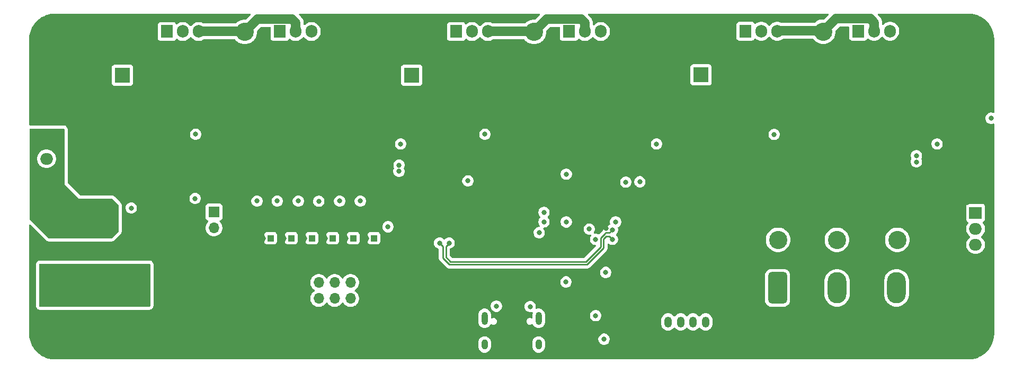
<source format=gbr>
%TF.GenerationSoftware,KiCad,Pcbnew,9.0.2*%
%TF.CreationDate,2025-05-19T15:54:50+02:00*%
%TF.ProjectId,ESC-TFG-KiCad,4553432d-5446-4472-9d4b-694361642e6b,v1.0*%
%TF.SameCoordinates,Original*%
%TF.FileFunction,Copper,L3,Inr*%
%TF.FilePolarity,Positive*%
%FSLAX46Y46*%
G04 Gerber Fmt 4.6, Leading zero omitted, Abs format (unit mm)*
G04 Created by KiCad (PCBNEW 9.0.2) date 2025-05-19 15:54:50*
%MOMM*%
%LPD*%
G01*
G04 APERTURE LIST*
G04 Aperture macros list*
%AMRoundRect*
0 Rectangle with rounded corners*
0 $1 Rounding radius*
0 $2 $3 $4 $5 $6 $7 $8 $9 X,Y pos of 4 corners*
0 Add a 4 corners polygon primitive as box body*
4,1,4,$2,$3,$4,$5,$6,$7,$8,$9,$2,$3,0*
0 Add four circle primitives for the rounded corners*
1,1,$1+$1,$2,$3*
1,1,$1+$1,$4,$5*
1,1,$1+$1,$6,$7*
1,1,$1+$1,$8,$9*
0 Add four rect primitives between the rounded corners*
20,1,$1+$1,$2,$3,$4,$5,0*
20,1,$1+$1,$4,$5,$6,$7,0*
20,1,$1+$1,$6,$7,$8,$9,0*
20,1,$1+$1,$8,$9,$2,$3,0*%
G04 Aperture macros list end*
%TA.AperFunction,ComponentPad*%
%ADD10C,2.900000*%
%TD*%
%TA.AperFunction,ComponentPad*%
%ADD11R,1.000000X1.000000*%
%TD*%
%TA.AperFunction,ComponentPad*%
%ADD12C,1.000000*%
%TD*%
%TA.AperFunction,ComponentPad*%
%ADD13R,1.700000X1.700000*%
%TD*%
%TA.AperFunction,ComponentPad*%
%ADD14O,1.700000X1.700000*%
%TD*%
%TA.AperFunction,ComponentPad*%
%ADD15R,2.000000X1.905000*%
%TD*%
%TA.AperFunction,ComponentPad*%
%ADD16O,2.000000X1.905000*%
%TD*%
%TA.AperFunction,ComponentPad*%
%ADD17R,1.905000X2.000000*%
%TD*%
%TA.AperFunction,ComponentPad*%
%ADD18O,1.905000X2.000000*%
%TD*%
%TA.AperFunction,ComponentPad*%
%ADD19C,0.800000*%
%TD*%
%TA.AperFunction,ComponentPad*%
%ADD20C,6.400000*%
%TD*%
%TA.AperFunction,HeatsinkPad*%
%ADD21O,1.000000X2.100000*%
%TD*%
%TA.AperFunction,HeatsinkPad*%
%ADD22O,1.000000X1.600000*%
%TD*%
%TA.AperFunction,ComponentPad*%
%ADD23R,2.400000X2.400000*%
%TD*%
%TA.AperFunction,ComponentPad*%
%ADD24C,2.400000*%
%TD*%
%TA.AperFunction,ComponentPad*%
%ADD25RoundRect,0.250000X-0.350000X-0.625000X0.350000X-0.625000X0.350000X0.625000X-0.350000X0.625000X0*%
%TD*%
%TA.AperFunction,ComponentPad*%
%ADD26O,1.200000X1.750000*%
%TD*%
%TA.AperFunction,ComponentPad*%
%ADD27RoundRect,0.500000X-1.000000X-2.000000X1.000000X-2.000000X1.000000X2.000000X-1.000000X2.000000X0*%
%TD*%
%TA.AperFunction,ComponentPad*%
%ADD28O,3.000000X5.000000*%
%TD*%
%TA.AperFunction,ComponentPad*%
%ADD29C,3.000000*%
%TD*%
%TA.AperFunction,ViaPad*%
%ADD30C,0.800000*%
%TD*%
%TA.AperFunction,Conductor*%
%ADD31C,0.250000*%
%TD*%
%TA.AperFunction,Conductor*%
%ADD32C,1.524000*%
%TD*%
G04 APERTURE END LIST*
D10*
%TO.N,Net-(D19-A2)*%
%TO.C,J8*%
X205973000Y-100504000D03*
%TD*%
D11*
%TO.N,/Sensores/T5*%
%TO.C,TH5*%
X119040980Y-100250000D03*
D12*
%TO.N,GND*%
X117770980Y-100250000D03*
%TD*%
D13*
%TO.N,+5V*%
%TO.C,L2*%
X96774250Y-96059000D03*
D14*
%TO.N,Net-(Q1-D)*%
X96774250Y-98599000D03*
%TD*%
D15*
%TO.N,/V_DIV_12*%
%TO.C,U2*%
X218490000Y-96208000D03*
D16*
%TO.N,+12V*%
X218490000Y-98748000D03*
%TO.N,+24V*%
X218490000Y-101288000D03*
%TD*%
D10*
%TO.N,/Medio-Puente-W/PHASE_OUT*%
%TO.C,J7*%
X194161000Y-67235001D03*
%TD*%
D11*
%TO.N,/Sensores/T1*%
%TO.C,TH1*%
X105832980Y-100250000D03*
D12*
%TO.N,GND*%
X104562980Y-100250000D03*
%TD*%
D17*
%TO.N,Net-(Q4-G)*%
%TO.C,Q4*%
X135487000Y-67220000D03*
D18*
%TO.N,+24V*%
X138027000Y-67220000D03*
%TO.N,/Medio-Puente-V/PHASE_OUT*%
X140567000Y-67220000D03*
%TD*%
D19*
%TO.N,GND*%
%TO.C,H1*%
X68953000Y-115490000D03*
X69655944Y-113792944D03*
X69655944Y-117187056D03*
X71353000Y-113090000D03*
D20*
X71353000Y-115490000D03*
D19*
X71353000Y-117890000D03*
X73050056Y-113792944D03*
X73050056Y-117187056D03*
X73753000Y-115490000D03*
%TD*%
D11*
%TO.N,/Sensores/T4*%
%TO.C,TH4*%
X115738980Y-100250000D03*
D12*
%TO.N,GND*%
X114468980Y-100250000D03*
%TD*%
D21*
%TO.N,unconnected-(J2-SHIELD-PadS1)_1*%
%TO.C,J2*%
X140033000Y-113051000D03*
D22*
%TO.N,unconnected-(J2-SHIELD-PadS1)_2*%
X140033000Y-117231000D03*
D21*
%TO.N,unconnected-(J2-SHIELD-PadS1)_3*%
X148673000Y-113051000D03*
D22*
%TO.N,unconnected-(J2-SHIELD-PadS1)*%
X148673000Y-117231000D03*
%TD*%
D17*
%TO.N,Net-(Q3-G)*%
%TO.C,Q3*%
X107293000Y-67220000D03*
D18*
%TO.N,/Medio-Puente-U/PHASE_OUT*%
X109833000Y-67220000D03*
%TO.N,/Medio-Puente-U/Shunt*%
X112373000Y-67220000D03*
%TD*%
D10*
%TO.N,/Medio-Puente-U/PHASE_OUT*%
%TO.C,J5*%
X101705000Y-67291000D03*
%TD*%
D23*
%TO.N,+24V*%
%TO.C,C25*%
X82148000Y-74205000D03*
D24*
%TO.N,GND*%
X82148000Y-79205000D03*
%TD*%
D17*
%TO.N,Net-(Q7-G)*%
%TO.C,Q7*%
X199749000Y-67164001D03*
D18*
%TO.N,/Medio-Puente-W/PHASE_OUT*%
X202289000Y-67164001D03*
%TO.N,/Medio-Puente-W/Shunt*%
X204829000Y-67164001D03*
%TD*%
D19*
%TO.N,GND*%
%TO.C,H3*%
X214953000Y-68490000D03*
X215655944Y-66792944D03*
X215655944Y-70187056D03*
X217353000Y-66090000D03*
D20*
X217353000Y-68490000D03*
D19*
X217353000Y-70890000D03*
X219050056Y-66792944D03*
X219050056Y-70187056D03*
X219753000Y-68490000D03*
%TD*%
D13*
%TO.N,GND*%
%TO.C,J3*%
X121153000Y-107340000D03*
D14*
X121153000Y-109880000D03*
%TO.N,/SWSCK*%
X118613000Y-107340000D03*
%TO.N,/I2C_SCL*%
X118613000Y-109880000D03*
%TO.N,/SWDIO*%
X116073000Y-107340000D03*
%TO.N,/I2C_SDA*%
X116073000Y-109880000D03*
%TO.N,+3V3*%
X113533000Y-107340000D03*
X113533000Y-109880000D03*
%TD*%
D11*
%TO.N,/Sensores/T3*%
%TO.C,TH3*%
X112436980Y-100250000D03*
D12*
%TO.N,GND*%
X111166980Y-100250000D03*
%TD*%
D15*
%TO.N,/24V fused*%
%TO.C,D12*%
X70012000Y-90090000D03*
D16*
%TO.N,+24V*%
X70012000Y-87550000D03*
%TO.N,/24V fused*%
X70012000Y-85010000D03*
%TD*%
D19*
%TO.N,GND*%
%TO.C,H2*%
X68953000Y-68490000D03*
X69655944Y-66792944D03*
X69655944Y-70187056D03*
X71353000Y-66090000D03*
D20*
X71353000Y-68490000D03*
D19*
X71353000Y-70890000D03*
X73050056Y-66792944D03*
X73050056Y-70187056D03*
X73753000Y-68490000D03*
%TD*%
D25*
%TO.N,GND*%
%TO.C,J1*%
X167353000Y-113640000D03*
D26*
%TO.N,/PB3*%
X169353000Y-113640000D03*
%TO.N,/PB4*%
X171353000Y-113640000D03*
%TO.N,/PB5*%
X173353000Y-113640000D03*
%TO.N,+3V3*%
X175353000Y-113640000D03*
%TD*%
D10*
%TO.N,/Medio-Puente-V/PHASE_OUT*%
%TO.C,J6*%
X147933000Y-67291001D03*
%TD*%
D27*
%TO.N,Net-(D29-A2)*%
%TO.C,J9*%
X186853200Y-108190000D03*
D28*
%TO.N,Net-(D24-A2)*%
X196353200Y-108190000D03*
%TO.N,Net-(D19-A2)*%
X205853000Y-108180000D03*
%TD*%
D23*
%TO.N,+24V*%
%TO.C,C45*%
X174604000Y-74149000D03*
D24*
%TO.N,GND*%
X174604000Y-79149000D03*
%TD*%
D10*
%TO.N,Net-(D24-A2)*%
%TO.C,J10*%
X196321000Y-100504000D03*
%TD*%
D17*
%TO.N,Net-(Q2-G)*%
%TO.C,Q2*%
X89259000Y-67220000D03*
D18*
%TO.N,+24V*%
X91799000Y-67220000D03*
%TO.N,/Medio-Puente-U/PHASE_OUT*%
X94339000Y-67220000D03*
%TD*%
D17*
%TO.N,Net-(Q6-G)*%
%TO.C,Q6*%
X181715000Y-67164000D03*
D18*
%TO.N,+24V*%
X184255000Y-67164000D03*
%TO.N,/Medio-Puente-W/PHASE_OUT*%
X186795000Y-67164000D03*
%TD*%
D29*
%TO.N,/24V in*%
%TO.C,F2*%
X72193000Y-107690000D03*
X75593000Y-107690000D03*
%TO.N,/24V fused*%
X72193000Y-97890000D03*
X75593000Y-97890000D03*
%TD*%
D11*
%TO.N,/Sensores/T6*%
%TO.C,TH6*%
X122342980Y-100250000D03*
D12*
%TO.N,GND*%
X121072980Y-100250000D03*
%TD*%
D19*
%TO.N,GND*%
%TO.C,H4*%
X214953000Y-115490000D03*
X215655944Y-113792944D03*
X215655944Y-117187056D03*
X217353000Y-113090000D03*
D20*
X217353000Y-115490000D03*
D19*
X217353000Y-117890000D03*
X219050056Y-113792944D03*
X219050056Y-117187056D03*
X219753000Y-115490000D03*
%TD*%
D27*
%TO.N,/24V in*%
%TO.C,J4*%
X84603000Y-108134000D03*
D28*
%TO.N,GND*%
X94103000Y-108134000D03*
%TD*%
D10*
%TO.N,Net-(D29-A2)*%
%TO.C,J11*%
X186923000Y-100504000D03*
%TD*%
D11*
%TO.N,/Sensores/T2*%
%TO.C,TH2*%
X109134980Y-100250000D03*
D12*
%TO.N,GND*%
X107864980Y-100250000D03*
%TD*%
D23*
%TO.N,+24V*%
%TO.C,C35*%
X128376000Y-74205000D03*
D24*
%TO.N,GND*%
X128376000Y-79205000D03*
%TD*%
D17*
%TO.N,Net-(Q5-G)*%
%TO.C,Q5*%
X153521000Y-67220001D03*
D18*
%TO.N,/Medio-Puente-V/PHASE_OUT*%
X156061000Y-67220001D03*
%TO.N,/Medio-Puente-V/Shunt*%
X158601000Y-67220001D03*
%TD*%
D30*
%TO.N,GND*%
X78465000Y-86534000D03*
X102595000Y-118792000D03*
X82529000Y-69262000D03*
X210545000Y-112950000D03*
X132821000Y-65198000D03*
X204576000Y-79681000D03*
X208513000Y-114982000D03*
X118851000Y-114728000D03*
X77957000Y-114728000D03*
X190225000Y-102790000D03*
X151109000Y-117776000D03*
X151170000Y-78656000D03*
X177017000Y-79930000D03*
X80497000Y-69262000D03*
X202417000Y-90598000D03*
X124693000Y-69262000D03*
X163809000Y-108378000D03*
X178033000Y-95424000D03*
X82021000Y-114728000D03*
X136377000Y-115744000D03*
X167873000Y-101520000D03*
X202417000Y-106854000D03*
X200385000Y-119046000D03*
X86085000Y-118792000D03*
X168889000Y-81962000D03*
X180065000Y-114982000D03*
X206481000Y-117014000D03*
X176001000Y-108378000D03*
X170921000Y-65198000D03*
X200385000Y-112950000D03*
X92181000Y-104568000D03*
X98277000Y-110664000D03*
X190225000Y-96694000D03*
X138917000Y-89074000D03*
X161777000Y-115236000D03*
X96245000Y-108632000D03*
X198353000Y-112950000D03*
X159364000Y-79737000D03*
X97641000Y-81515000D03*
X190225000Y-110918000D03*
X92181000Y-114728000D03*
X112119000Y-80753000D03*
X162031000Y-100504000D03*
X151109000Y-115744000D03*
X113135000Y-77705000D03*
X165841000Y-101520000D03*
X166475000Y-82023000D03*
X116057000Y-118792000D03*
X184129000Y-114982000D03*
X197398000Y-78600000D03*
X190097000Y-81459000D03*
X192257000Y-98726000D03*
X130154000Y-117903000D03*
X78465000Y-84502000D03*
X76433000Y-67230000D03*
X212577000Y-102536000D03*
X124185000Y-115744000D03*
X98277000Y-116760000D03*
X121137000Y-88566000D03*
X86085000Y-114728000D03*
X78465000Y-69262000D03*
X172953000Y-69262000D03*
X188193000Y-117014000D03*
X176001000Y-93392000D03*
X146283000Y-117014000D03*
X181081000Y-77898000D03*
X80497000Y-88566000D03*
X202417000Y-119046000D03*
X115167000Y-82531000D03*
X176001000Y-106092000D03*
X124693000Y-67230000D03*
X205592000Y-79681000D03*
X212577000Y-110664000D03*
X194289000Y-112950000D03*
X192257000Y-114982000D03*
X178033000Y-93392000D03*
X204449000Y-112950000D03*
X140949000Y-89074000D03*
X190225000Y-98726000D03*
X183113000Y-79930000D03*
X202417000Y-108886000D03*
X148888000Y-90025000D03*
X182097000Y-103806000D03*
X128757000Y-65198000D03*
X75925000Y-114728000D03*
X146283000Y-114982000D03*
X75925000Y-118792000D03*
X160380000Y-78721000D03*
X202417000Y-102790000D03*
X78465000Y-80438000D03*
X96245000Y-106600000D03*
X179049000Y-69262000D03*
X180065000Y-93392000D03*
X90149000Y-110664000D03*
X178033000Y-110664000D03*
X136885000Y-113966000D03*
X151109000Y-107616000D03*
X142981000Y-94154000D03*
X84561000Y-86534000D03*
X180065000Y-108378000D03*
X147045000Y-89074000D03*
X102849000Y-90598000D03*
X94213000Y-118792000D03*
X200385000Y-100758000D03*
X119105000Y-88566000D03*
X136885000Y-81962000D03*
X179049000Y-65198000D03*
X202417000Y-92630000D03*
X108231500Y-118967500D03*
X84561000Y-90598000D03*
X90657000Y-92630000D03*
X98277000Y-108632000D03*
X98785000Y-88566000D03*
X163490000Y-97772000D03*
X114151000Y-77705000D03*
X196321000Y-89074000D03*
X152314000Y-82340000D03*
X88117000Y-116760000D03*
X174985000Y-67230000D03*
X106086000Y-82340000D03*
X124693000Y-81962000D03*
X96245000Y-110664000D03*
X149394000Y-108378000D03*
X98277000Y-118792000D03*
X138409000Y-117776000D03*
X113135000Y-79737000D03*
X138917000Y-91106000D03*
X98277000Y-112696000D03*
X86593000Y-67230000D03*
X82021000Y-112696000D03*
X98277000Y-114728000D03*
X90657000Y-90598000D03*
X190225000Y-90598000D03*
X176001000Y-101520000D03*
X78465000Y-82470000D03*
X212703000Y-81967000D03*
X171937000Y-101520000D03*
X214990000Y-84184000D03*
X206608000Y-77649000D03*
X136885000Y-98218000D03*
X86085000Y-112696000D03*
X82529000Y-86534000D03*
X192257000Y-94662000D03*
X158348000Y-78721000D03*
X204449000Y-117014000D03*
X205973000Y-89074000D03*
X207623000Y-82475000D03*
X173969000Y-91360000D03*
X90657000Y-78406000D03*
X182097000Y-95424000D03*
X126725000Y-100758000D03*
X151109000Y-113712000D03*
X88625000Y-65198000D03*
X170921000Y-67230000D03*
X200385000Y-90598000D03*
X84561000Y-88566000D03*
X150509393Y-96909190D03*
X192257000Y-106854000D03*
X82529000Y-88566000D03*
X180065000Y-119046000D03*
X100817000Y-88566000D03*
X114151000Y-80753000D03*
X88625000Y-84502000D03*
X134853000Y-81962000D03*
X177017000Y-81962000D03*
X147045000Y-91106000D03*
X138917000Y-98218000D03*
X84561000Y-84502000D03*
X115041000Y-88566000D03*
X210545000Y-114982000D03*
X170921000Y-69262000D03*
X79989000Y-118792000D03*
X98785000Y-90598000D03*
X192257000Y-102790000D03*
X200385000Y-108886000D03*
X92181000Y-110664000D03*
X206608000Y-79681000D03*
X170921000Y-81962000D03*
X114025000Y-116760000D03*
X208513000Y-96440000D03*
X122661000Y-69262000D03*
X110977000Y-88566000D03*
X121137000Y-114728000D03*
X158348000Y-77705000D03*
X158348000Y-80753000D03*
X144251000Y-117014000D03*
X76433000Y-84502000D03*
X126725000Y-81962000D03*
X155173000Y-105838000D03*
X204576000Y-77649000D03*
X144251000Y-114982000D03*
X202417000Y-114982000D03*
X100817000Y-90598000D03*
X128249000Y-115744000D03*
X114025000Y-114728000D03*
X77957000Y-112696000D03*
X122661000Y-67230000D03*
X210545000Y-117014000D03*
X82021000Y-116760000D03*
X212577000Y-119046000D03*
X76433000Y-88566000D03*
X165841000Y-106092000D03*
X196321000Y-112950000D03*
X160634000Y-107235000D03*
X200385000Y-102790000D03*
X134853000Y-98218000D03*
X177017000Y-65198000D03*
X76433000Y-82470000D03*
X202417000Y-96694000D03*
X179049000Y-79930000D03*
X190225000Y-119046000D03*
X180065000Y-117014000D03*
X178033000Y-108378000D03*
X179049000Y-81962000D03*
X186161000Y-112950000D03*
X88117000Y-110664000D03*
X80497000Y-65198000D03*
X92689000Y-92630000D03*
X169905000Y-101520000D03*
X180065000Y-110664000D03*
X161395000Y-80753000D03*
X90055000Y-100303500D03*
X182097000Y-108378000D03*
X180065000Y-101520000D03*
X76433000Y-86534000D03*
X88625000Y-86534000D03*
X88625000Y-80438000D03*
X90149000Y-106600000D03*
X182097000Y-99488000D03*
X212577000Y-112950000D03*
X92689000Y-86534000D03*
X212577000Y-108632000D03*
X80497000Y-67230000D03*
X202417000Y-112950000D03*
X137393000Y-106600000D03*
X88625000Y-92630000D03*
X208513000Y-117014000D03*
X161777000Y-105838000D03*
X192257000Y-119046000D03*
X184129000Y-112950000D03*
X190225000Y-108886000D03*
X113009000Y-88566000D03*
X86593000Y-88566000D03*
X136885000Y-79930000D03*
X144378000Y-108555800D03*
X168889000Y-79930000D03*
X112119000Y-78721000D03*
X163809000Y-115236000D03*
X210545000Y-108632000D03*
X194289000Y-114982000D03*
X130789000Y-67230000D03*
X114025000Y-118792000D03*
X160761000Y-113839000D03*
X90149000Y-104568000D03*
X94213000Y-112696000D03*
X92181000Y-112696000D03*
X135615000Y-96948000D03*
X212577000Y-117014000D03*
X82529000Y-82470000D03*
X139362000Y-108441000D03*
X172953000Y-67230000D03*
X178033000Y-106092000D03*
X84561000Y-78406000D03*
X163809000Y-117522000D03*
X159413000Y-98661000D03*
X190225000Y-94662000D03*
X130408000Y-94154000D03*
X132313000Y-117776000D03*
X92181000Y-116760000D03*
X122661000Y-81962000D03*
X173969000Y-89328000D03*
X217149000Y-94557000D03*
X88117000Y-108632000D03*
X84561000Y-67230000D03*
X86085000Y-116760000D03*
X208513000Y-90344000D03*
X88117000Y-118792000D03*
X202417000Y-94662000D03*
X180065000Y-99488000D03*
X160380000Y-79737000D03*
X161395000Y-82531000D03*
X142473000Y-101520000D03*
X214863000Y-86810000D03*
X210545000Y-104568000D03*
X198353000Y-114982000D03*
X132821000Y-79930000D03*
X124693000Y-77898000D03*
X135939208Y-89184000D03*
X113135000Y-78721000D03*
X212577000Y-114982000D03*
X80497000Y-82470000D03*
X212577000Y-100504000D03*
X138409000Y-115744000D03*
X163809000Y-106092000D03*
X183113000Y-81962000D03*
X86593000Y-82470000D03*
X90657000Y-86534000D03*
X168279400Y-109800400D03*
X177017000Y-67230000D03*
X208513000Y-92376000D03*
X130281000Y-115744000D03*
X138966870Y-111567870D03*
X96753000Y-86534000D03*
X120247000Y-82023000D03*
X159101000Y-109775000D03*
X132821000Y-81962000D03*
X146791000Y-101520000D03*
X134853000Y-65198000D03*
X145013000Y-94154000D03*
X83513000Y-100885000D03*
X132821000Y-77898000D03*
X188193000Y-119046000D03*
X128757000Y-69262000D03*
X78465000Y-88566000D03*
X180065000Y-97456000D03*
X91546000Y-77517000D03*
X136123000Y-101520000D03*
X88625000Y-78406000D03*
X124693000Y-65198000D03*
X76433000Y-65198000D03*
X137775000Y-77478000D03*
X178033000Y-103806000D03*
X176001000Y-89328000D03*
X210545000Y-106600000D03*
X132059000Y-96186000D03*
X80497000Y-86534000D03*
X204576000Y-78665000D03*
X145013000Y-89074000D03*
X190225000Y-114982000D03*
X168889000Y-65198000D03*
X92181000Y-118792000D03*
X190225000Y-112950000D03*
X96245000Y-114728000D03*
X206608000Y-78665000D03*
X192257000Y-110918000D03*
X90149000Y-116760000D03*
X178033000Y-97456000D03*
X84053000Y-114728000D03*
X94213000Y-116760000D03*
X198353000Y-117014000D03*
X165841000Y-108378000D03*
X98785000Y-92630000D03*
X200385000Y-104822000D03*
X176001000Y-103806000D03*
X204576000Y-80697000D03*
X206481000Y-119046000D03*
X130027000Y-98218000D03*
X90149000Y-108632000D03*
X142981000Y-96186000D03*
X142219000Y-114982000D03*
X138917000Y-96186000D03*
X90657000Y-80438000D03*
X190225000Y-104822000D03*
X131932000Y-107489000D03*
X172953000Y-81962000D03*
X128757000Y-81962000D03*
X176001000Y-97456000D03*
X202417000Y-110918000D03*
X176001000Y-95424000D03*
X124693000Y-79930000D03*
X86593000Y-90598000D03*
X83545000Y-93519000D03*
X200385000Y-106854000D03*
X130789000Y-79930000D03*
X92689000Y-90598000D03*
X128757000Y-67230000D03*
X210545000Y-90344000D03*
X153903000Y-102536000D03*
X192257000Y-104822000D03*
X90657000Y-82470000D03*
X200385000Y-114982000D03*
X92689000Y-88566000D03*
X192257000Y-117014000D03*
X117073000Y-88566000D03*
X130789000Y-69262000D03*
X207623000Y-80697000D03*
X146791000Y-105584000D03*
X96753000Y-92630000D03*
X77957000Y-116760000D03*
X200385000Y-117014000D03*
X86593000Y-80438000D03*
X190225000Y-106854000D03*
X139425000Y-106600000D03*
X208513000Y-94408000D03*
X88117000Y-112696000D03*
X173969000Y-101520000D03*
X114151000Y-78721000D03*
X94721000Y-92630000D03*
X168889000Y-77898000D03*
X208513000Y-119046000D03*
X163809000Y-110664000D03*
X140949000Y-91106000D03*
X160380000Y-80753000D03*
X194289000Y-119046000D03*
X88117000Y-114728000D03*
X173969000Y-97456000D03*
X115803000Y-112442000D03*
X122661000Y-79930000D03*
X204449000Y-114982000D03*
X122661000Y-65198000D03*
X115167000Y-80753000D03*
X149705000Y-111546000D03*
X130027000Y-96186000D03*
X151109000Y-109648000D03*
X206481000Y-114982000D03*
X178033000Y-114982000D03*
X159364000Y-78721000D03*
X198542000Y-82284000D03*
X180065000Y-91360000D03*
X142981000Y-91106000D03*
X80497000Y-84502000D03*
X148823000Y-105584000D03*
X174985000Y-69262000D03*
X138917000Y-94154000D03*
X194289000Y-117014000D03*
X200385000Y-96694000D03*
X84561000Y-65198000D03*
X151109000Y-111680000D03*
X132821000Y-69262000D03*
X88625000Y-88566000D03*
X182097000Y-93392000D03*
X82529000Y-90598000D03*
X138409000Y-101520000D03*
X130789000Y-81962000D03*
X215244000Y-106495000D03*
X86593000Y-84502000D03*
X210545000Y-110664000D03*
X202417000Y-98726000D03*
X181081000Y-81962000D03*
X178033000Y-89328000D03*
X182097000Y-91360000D03*
X98277000Y-104568000D03*
X192257000Y-112950000D03*
X202417000Y-100758000D03*
X77957000Y-118792000D03*
X126084347Y-117897347D03*
X118089000Y-118792000D03*
X163809000Y-112950000D03*
X132048699Y-90989301D03*
X108691000Y-106600000D03*
X88625000Y-90598000D03*
X129541000Y-110642000D03*
X212577000Y-104568000D03*
X88117000Y-104568000D03*
X186161000Y-117014000D03*
X90149000Y-114728000D03*
X188193000Y-114982000D03*
X188193000Y-112950000D03*
X130789000Y-77898000D03*
X96245000Y-112696000D03*
X180065000Y-89328000D03*
X82529000Y-67230000D03*
X205592000Y-78665000D03*
X180065000Y-106092000D03*
X132313000Y-115744000D03*
X205592000Y-77649000D03*
X159364000Y-80753000D03*
X182097000Y-106092000D03*
X182097000Y-89328000D03*
X126725000Y-69262000D03*
X176001000Y-91360000D03*
X210545000Y-94408000D03*
X108945000Y-88566000D03*
X215244000Y-110686000D03*
X210545000Y-100504000D03*
X202417000Y-104822000D03*
X90657000Y-88566000D03*
X121137000Y-112442000D03*
X78465000Y-65198000D03*
X200385000Y-92630000D03*
X90657000Y-84502000D03*
X178033000Y-112950000D03*
X136377000Y-117776000D03*
X134853000Y-79930000D03*
X86593000Y-86534000D03*
X177017000Y-77898000D03*
X182097000Y-119046000D03*
X132821000Y-67230000D03*
X186161000Y-119046000D03*
X110723000Y-111426000D03*
X79989000Y-116760000D03*
X140949000Y-98218000D03*
X192257000Y-100758000D03*
X106913000Y-88566000D03*
X75925000Y-116760000D03*
X192257000Y-108886000D03*
X146791000Y-107616000D03*
X84053000Y-118792000D03*
X192257000Y-92630000D03*
X170921000Y-77898000D03*
X141457000Y-106600000D03*
X161777000Y-110664000D03*
X104942000Y-78656000D03*
X206481000Y-112950000D03*
X190225000Y-100758000D03*
X84561000Y-69262000D03*
X186923000Y-89074000D03*
X204449000Y-119046000D03*
X96245000Y-104568000D03*
X122661000Y-77898000D03*
X104119000Y-117544000D03*
X159364000Y-77705000D03*
X90149000Y-118792000D03*
X126725000Y-65198000D03*
X182097000Y-112950000D03*
X98277000Y-106600000D03*
X98785000Y-86534000D03*
X116057000Y-116760000D03*
X96753000Y-90598000D03*
X126725000Y-67230000D03*
X205592000Y-80697000D03*
X132059000Y-98218000D03*
X210545000Y-98472000D03*
X79989000Y-112696000D03*
X206608000Y-80697000D03*
X140949000Y-96186000D03*
X114151000Y-79737000D03*
X113135000Y-80753000D03*
X180065000Y-112950000D03*
X182097000Y-117014000D03*
X94213000Y-114728000D03*
X182097000Y-101520000D03*
X76433000Y-69262000D03*
X190225000Y-117014000D03*
X168635000Y-108378000D03*
X210545000Y-96440000D03*
X102595000Y-108378000D03*
X172953000Y-65198000D03*
X168889000Y-69262000D03*
X196321000Y-114982000D03*
X171429000Y-106092000D03*
X168635000Y-106092000D03*
X178033000Y-91360000D03*
X96753000Y-88566000D03*
X210545000Y-102536000D03*
X178033000Y-119046000D03*
X88625000Y-82470000D03*
X192257000Y-96694000D03*
X164013347Y-92162347D03*
X111993000Y-118792000D03*
X82529000Y-84502000D03*
X190225000Y-92630000D03*
X170921000Y-79930000D03*
X75925000Y-112696000D03*
X102595000Y-112696000D03*
X182097000Y-97456000D03*
X88117000Y-106600000D03*
X200385000Y-94662000D03*
X82021000Y-118792000D03*
X178033000Y-99488000D03*
X196321000Y-117014000D03*
X161777000Y-117522000D03*
X142219000Y-117014000D03*
X184003000Y-77478000D03*
X102595000Y-106600000D03*
X202417000Y-117014000D03*
X178033000Y-101520000D03*
X82529000Y-65198000D03*
X173969000Y-106092000D03*
X143869000Y-81515000D03*
X200385000Y-98726000D03*
X184129000Y-119046000D03*
X142981000Y-98218000D03*
X140949000Y-94154000D03*
X94721000Y-88566000D03*
X174985000Y-65198000D03*
X173969000Y-99488000D03*
X134345000Y-117776000D03*
X86593000Y-69262000D03*
X208513000Y-110664000D03*
X168889000Y-67230000D03*
X153141000Y-113839000D03*
X173969000Y-108378000D03*
X112119000Y-79737000D03*
X126217000Y-115744000D03*
X84561000Y-80438000D03*
X160380000Y-77705000D03*
X169143000Y-89963000D03*
X182097000Y-110664000D03*
X173066000Y-95613000D03*
X111993000Y-116760000D03*
X84053000Y-116760000D03*
X112119000Y-77705000D03*
X79989000Y-114728000D03*
X96245000Y-116760000D03*
X198353000Y-119046000D03*
X78465000Y-67230000D03*
X134345000Y-115744000D03*
X118851000Y-112442000D03*
X179049000Y-67230000D03*
X181081000Y-79930000D03*
X90149000Y-112696000D03*
X192257000Y-90598000D03*
X179049000Y-77898000D03*
X182097000Y-114982000D03*
X210545000Y-119046000D03*
X196321000Y-119046000D03*
X181081000Y-65198000D03*
X134853000Y-77898000D03*
X208513000Y-112950000D03*
X84561000Y-82470000D03*
X111739000Y-102790000D03*
X186161000Y-114982000D03*
X200385000Y-110918000D03*
X177017000Y-69262000D03*
X174350000Y-109775000D03*
X184129000Y-117014000D03*
X84053000Y-112696000D03*
X96245000Y-118792000D03*
X176001000Y-99488000D03*
X130789000Y-65198000D03*
X140441000Y-101520000D03*
X104881000Y-88566000D03*
X210545000Y-92376000D03*
X180065000Y-95424000D03*
X178033000Y-117014000D03*
X86593000Y-65198000D03*
X94721000Y-86534000D03*
X214990000Y-81073000D03*
X158348000Y-79737000D03*
X173969000Y-93392000D03*
X212577000Y-106600000D03*
X94721000Y-90598000D03*
X180065000Y-103806000D03*
X102849000Y-88566000D03*
X86593000Y-78406000D03*
X174985000Y-81962000D03*
%TO.N,+3V3*%
X110248980Y-94310000D03*
X126598000Y-85198000D03*
X113517000Y-94343980D03*
X124591400Y-98421200D03*
X106877980Y-94310000D03*
X162597847Y-91291847D03*
X137348500Y-91084000D03*
X153076000Y-97658000D03*
X159101000Y-116379000D03*
X212323000Y-85198000D03*
X160963000Y-97658000D03*
X103644980Y-94310000D03*
X153014000Y-107235000D03*
X120154980Y-94310000D03*
X153076000Y-90025000D03*
X148754000Y-99361000D03*
X167492000Y-85198000D03*
X116852980Y-94310000D03*
%TO.N,/BOOT0*%
X157777000Y-112632000D03*
X157777000Y-100427800D03*
%TO.N,/NRST*%
X159364000Y-105711000D03*
X164825000Y-91233000D03*
%TO.N,/Sensores/12V_SENS*%
X209021000Y-88058000D03*
X126336183Y-89574183D03*
%TO.N,/SWSCK*%
X149516400Y-97645000D03*
%TO.N,/SWDIO*%
X149516400Y-96129402D03*
%TO.N,/PB7*%
X93761500Y-93900000D03*
X156759000Y-98788000D03*
%TO.N,/I2C_SCL*%
X132821000Y-101012000D03*
X160442000Y-100439000D03*
%TO.N,/I2C_SDA*%
X160442000Y-98915000D03*
X134345000Y-101012000D03*
%TO.N,+12V*%
X140060000Y-83640000D03*
X186288000Y-83674000D03*
X93832000Y-83640000D03*
%TO.N,+24V*%
X220963000Y-81073000D03*
X83545000Y-95424000D03*
%TO.N,/Sensores/24V_SENS*%
X126344000Y-88566000D03*
X209021000Y-87057997D03*
%TO.N,/24V fused*%
X73512000Y-93392000D03*
X71226000Y-95678000D03*
X69067000Y-97837000D03*
X69067000Y-93392000D03*
X69067000Y-95678000D03*
X80116000Y-95678000D03*
X73512000Y-95678000D03*
X77830000Y-95678000D03*
X75798000Y-95678000D03*
X71226000Y-93392000D03*
%TO.N,/24V in*%
X82021000Y-109902000D03*
X77957000Y-109902000D03*
X79989000Y-109902000D03*
X69829000Y-109902000D03*
X75925000Y-105330000D03*
X79989000Y-107616000D03*
X79989000Y-105330000D03*
X75925000Y-109902000D03*
X71861000Y-109902000D03*
X69829000Y-107616000D03*
X82021000Y-105330000D03*
X73893000Y-105330000D03*
X69829000Y-105330000D03*
X82021000Y-107616000D03*
X77957000Y-105330000D03*
X77957000Y-107616000D03*
X73893000Y-109902000D03*
X71861000Y-105330000D03*
%TO.N,VDC*%
X141908000Y-111115000D03*
X147299000Y-111172000D03*
%TD*%
D31*
%TO.N,/I2C_SCL*%
X133329000Y-101520000D02*
X132821000Y-101012000D01*
X133329000Y-103399600D02*
X133329000Y-101520000D01*
X159948200Y-99945200D02*
X159465600Y-99945200D01*
X134395800Y-104466400D02*
X133329000Y-103399600D01*
X159053000Y-100357800D02*
X159053000Y-101828000D01*
X156414600Y-104466400D02*
X134395800Y-104466400D01*
X160442000Y-100439000D02*
X159948200Y-99945200D01*
X159053000Y-101828000D02*
X156414600Y-104466400D01*
X159465600Y-99945200D02*
X159053000Y-100357800D01*
%TO.N,/I2C_SDA*%
X134584268Y-104011400D02*
X133837000Y-103264132D01*
X159281600Y-99494200D02*
X159278790Y-99494200D01*
X133837000Y-103264132D02*
X133837000Y-101520000D01*
X159278790Y-99494200D02*
X158602000Y-100170990D01*
X159388800Y-99387000D02*
X159281600Y-99494200D01*
X158602000Y-101635532D02*
X156226132Y-104011400D01*
X156226132Y-104011400D02*
X134584268Y-104011400D01*
X159970000Y-99387000D02*
X159388800Y-99387000D01*
X133837000Y-101520000D02*
X134345000Y-101012000D01*
X160442000Y-98915000D02*
X159970000Y-99387000D01*
X158602000Y-100170990D02*
X158602000Y-101635532D01*
D32*
%TO.N,/Medio-Puente-U/PHASE_OUT*%
X103765400Y-65216200D02*
X101731400Y-67250200D01*
X97921400Y-67179200D02*
X101787400Y-67179200D01*
X109859400Y-65840700D02*
X109859400Y-67179200D01*
X94365400Y-67179200D02*
X97921400Y-67179200D01*
X109234900Y-65216200D02*
X109859400Y-65840700D01*
X109234900Y-65216200D02*
X103765400Y-65216200D01*
%TO.N,/Medio-Puente-V/PHASE_OUT*%
X155437500Y-65216200D02*
X149968000Y-65216200D01*
X144124000Y-67179200D02*
X147990000Y-67179200D01*
X155437500Y-65216200D02*
X156062000Y-65840700D01*
X156062000Y-65840700D02*
X156062000Y-67179200D01*
X140568000Y-67179200D02*
X144124000Y-67179200D01*
X149968000Y-65216200D02*
X147934000Y-67250200D01*
%TO.N,/Medio-Puente-W/PHASE_OUT*%
X201665500Y-65165400D02*
X196196000Y-65165400D01*
X196196000Y-65165400D02*
X194162000Y-67199400D01*
X201665500Y-65165400D02*
X202290000Y-65789900D01*
X190352000Y-67128400D02*
X194218000Y-67128400D01*
X186796000Y-67128400D02*
X190352000Y-67128400D01*
X202290000Y-65789900D02*
X202290000Y-67128400D01*
%TD*%
%TA.AperFunction,Conductor*%
%TO.N,/24V in*%
G36*
X86556681Y-104350319D02*
G01*
X86593000Y-104438000D01*
X86593000Y-111048000D01*
X86556681Y-111135681D01*
X86469000Y-111172000D01*
X68937000Y-111172000D01*
X68849319Y-111135681D01*
X68813000Y-111048000D01*
X68813000Y-104438000D01*
X68849319Y-104350319D01*
X68937000Y-104314000D01*
X86469000Y-104314000D01*
X86556681Y-104350319D01*
G37*
%TD.AperFunction*%
%TD*%
%TA.AperFunction,Conductor*%
%TO.N,/24V fused*%
G36*
X72840681Y-82760319D02*
G01*
X72877000Y-82848000D01*
X72877000Y-91614000D01*
X75163000Y-93900000D01*
X80445638Y-93900000D01*
X80533319Y-93936319D01*
X81476681Y-94879681D01*
X81513000Y-94967362D01*
X81513000Y-99182638D01*
X81476681Y-99270319D01*
X80533319Y-100213681D01*
X80445638Y-100250000D01*
X70388362Y-100250000D01*
X70300681Y-100213681D01*
X67325319Y-97238319D01*
X67289000Y-97150638D01*
X67289000Y-87406887D01*
X68511500Y-87406887D01*
X68511500Y-87693112D01*
X68567336Y-87973816D01*
X68567338Y-87973824D01*
X68676866Y-88238250D01*
X68676871Y-88238259D01*
X68835881Y-88476232D01*
X68835884Y-88476236D01*
X69038263Y-88678615D01*
X69038267Y-88678618D01*
X69276240Y-88837628D01*
X69276246Y-88837631D01*
X69276247Y-88837632D01*
X69540676Y-88947162D01*
X69821387Y-89002999D01*
X69821390Y-89003000D01*
X69821392Y-89003000D01*
X70202610Y-89003000D01*
X70202611Y-89002999D01*
X70483324Y-88947162D01*
X70747753Y-88837632D01*
X70985733Y-88678618D01*
X71188118Y-88476233D01*
X71347132Y-88238253D01*
X71456662Y-87973824D01*
X71512500Y-87693108D01*
X71512500Y-87406892D01*
X71512500Y-87406889D01*
X71512499Y-87406887D01*
X71456663Y-87126183D01*
X71456662Y-87126176D01*
X71347132Y-86861747D01*
X71347131Y-86861746D01*
X71347128Y-86861740D01*
X71188118Y-86623767D01*
X71188115Y-86623763D01*
X70985736Y-86421384D01*
X70985732Y-86421381D01*
X70747759Y-86262371D01*
X70747750Y-86262366D01*
X70483324Y-86152838D01*
X70483316Y-86152836D01*
X70202611Y-86097000D01*
X70202608Y-86097000D01*
X69821392Y-86097000D01*
X69821389Y-86097000D01*
X69540683Y-86152836D01*
X69540675Y-86152838D01*
X69276249Y-86262366D01*
X69276240Y-86262371D01*
X69038267Y-86421381D01*
X69038263Y-86421384D01*
X68835884Y-86623763D01*
X68835881Y-86623767D01*
X68676871Y-86861740D01*
X68676866Y-86861749D01*
X68567338Y-87126175D01*
X68567336Y-87126183D01*
X68511500Y-87406887D01*
X67289000Y-87406887D01*
X67289000Y-82848000D01*
X67325319Y-82760319D01*
X67413000Y-82724000D01*
X72753000Y-82724000D01*
X72840681Y-82760319D01*
G37*
%TD.AperFunction*%
%TD*%
%TA.AperFunction,Conductor*%
%TO.N,GND*%
G36*
X102612974Y-64407819D02*
G01*
X102649293Y-64495500D01*
X102612974Y-64583181D01*
X101891974Y-65304181D01*
X101804293Y-65340500D01*
X101512887Y-65340500D01*
X101136067Y-65415454D01*
X101136059Y-65415456D01*
X100781090Y-65562489D01*
X100461632Y-65775943D01*
X100461630Y-65775945D01*
X100461628Y-65775946D01*
X100461628Y-65775947D01*
X100357193Y-65880381D01*
X100269514Y-65916700D01*
X95112509Y-65916700D01*
X95043619Y-65895802D01*
X95027264Y-65884874D01*
X95027250Y-65884866D01*
X94762824Y-65775338D01*
X94762816Y-65775336D01*
X94482111Y-65719500D01*
X94482108Y-65719500D01*
X94195892Y-65719500D01*
X94195889Y-65719500D01*
X93915183Y-65775336D01*
X93915175Y-65775338D01*
X93650749Y-65884866D01*
X93650740Y-65884871D01*
X93412767Y-66043881D01*
X93412763Y-66043884D01*
X93210384Y-66246263D01*
X93210381Y-66246267D01*
X93172102Y-66303556D01*
X93093191Y-66356282D01*
X93000109Y-66337767D01*
X92965898Y-66303556D01*
X92927618Y-66246267D01*
X92927615Y-66246263D01*
X92725236Y-66043884D01*
X92725232Y-66043881D01*
X92487259Y-65884871D01*
X92487250Y-65884866D01*
X92222824Y-65775338D01*
X92222816Y-65775336D01*
X91942111Y-65719500D01*
X91942108Y-65719500D01*
X91655892Y-65719500D01*
X91655889Y-65719500D01*
X91375183Y-65775336D01*
X91375175Y-65775338D01*
X91110749Y-65884866D01*
X91110740Y-65884871D01*
X90872767Y-66043881D01*
X90868057Y-66047747D01*
X90866623Y-66046000D01*
X90785805Y-66079463D01*
X90698128Y-66043132D01*
X90682720Y-66024354D01*
X90589517Y-65884868D01*
X90572340Y-65859160D01*
X90406785Y-65748540D01*
X90406783Y-65748539D01*
X90406780Y-65748538D01*
X90260796Y-65719500D01*
X88257210Y-65719500D01*
X88111212Y-65748540D01*
X87945660Y-65859160D01*
X87835040Y-66024715D01*
X87835038Y-66024719D01*
X87806000Y-66170702D01*
X87806000Y-68269289D01*
X87835040Y-68415287D01*
X87891065Y-68499133D01*
X87945660Y-68580840D01*
X88111215Y-68691460D01*
X88111218Y-68691460D01*
X88111219Y-68691461D01*
X88184211Y-68705980D01*
X88257207Y-68720500D01*
X90260792Y-68720499D01*
X90406785Y-68691460D01*
X90406786Y-68691459D01*
X90406787Y-68691459D01*
X90490592Y-68635462D01*
X90572340Y-68580840D01*
X90682720Y-68415643D01*
X90761629Y-68362918D01*
X90854711Y-68381432D01*
X90867992Y-68392332D01*
X90868057Y-68392253D01*
X90872767Y-68396118D01*
X91110740Y-68555128D01*
X91110749Y-68555133D01*
X91170652Y-68579945D01*
X91375176Y-68664662D01*
X91655887Y-68720499D01*
X91655890Y-68720500D01*
X91655892Y-68720500D01*
X91942110Y-68720500D01*
X91942111Y-68720499D01*
X92222824Y-68664662D01*
X92487253Y-68555132D01*
X92725233Y-68396118D01*
X92927618Y-68193733D01*
X92965034Y-68137737D01*
X92965898Y-68136444D01*
X93044808Y-68083717D01*
X93137890Y-68102232D01*
X93172102Y-68136444D01*
X93210378Y-68193728D01*
X93210384Y-68193736D01*
X93412763Y-68396115D01*
X93412767Y-68396118D01*
X93650740Y-68555128D01*
X93650749Y-68555133D01*
X93710652Y-68579945D01*
X93915176Y-68664662D01*
X94195887Y-68720499D01*
X94195890Y-68720500D01*
X94195892Y-68720500D01*
X94482110Y-68720500D01*
X94482111Y-68720499D01*
X94762824Y-68664662D01*
X95027253Y-68555132D01*
X95165739Y-68462597D01*
X95234630Y-68441700D01*
X97797055Y-68441700D01*
X100061747Y-68441700D01*
X100149428Y-68478019D01*
X100164850Y-68496811D01*
X100189945Y-68534370D01*
X100189949Y-68534375D01*
X100461624Y-68806050D01*
X100461632Y-68806056D01*
X100781090Y-69019510D01*
X100781091Y-69019510D01*
X100781092Y-69019511D01*
X101136060Y-69166544D01*
X101512887Y-69241499D01*
X101512891Y-69241500D01*
X101512892Y-69241500D01*
X101897109Y-69241500D01*
X101897110Y-69241499D01*
X102273940Y-69166544D01*
X102628908Y-69019511D01*
X102948372Y-68806053D01*
X103220053Y-68534372D01*
X103433511Y-68214908D01*
X103580544Y-67859940D01*
X103655500Y-67483108D01*
X103655500Y-67162906D01*
X103691819Y-67075225D01*
X104252025Y-66515019D01*
X104339706Y-66478700D01*
X105716000Y-66478700D01*
X105803681Y-66515019D01*
X105840000Y-66602700D01*
X105840000Y-68269289D01*
X105869040Y-68415287D01*
X105925065Y-68499133D01*
X105979660Y-68580840D01*
X106145215Y-68691460D01*
X106145218Y-68691460D01*
X106145219Y-68691461D01*
X106218211Y-68705980D01*
X106291207Y-68720500D01*
X108294792Y-68720499D01*
X108440785Y-68691460D01*
X108440786Y-68691459D01*
X108440787Y-68691459D01*
X108524592Y-68635462D01*
X108606340Y-68580840D01*
X108716720Y-68415643D01*
X108795629Y-68362918D01*
X108888711Y-68381432D01*
X108901992Y-68392332D01*
X108902057Y-68392253D01*
X108906767Y-68396118D01*
X109144740Y-68555128D01*
X109144749Y-68555133D01*
X109204652Y-68579945D01*
X109409176Y-68664662D01*
X109689887Y-68720499D01*
X109689890Y-68720500D01*
X109689892Y-68720500D01*
X109976110Y-68720500D01*
X109976111Y-68720499D01*
X110256824Y-68664662D01*
X110521253Y-68555132D01*
X110759233Y-68396118D01*
X110961618Y-68193733D01*
X110999034Y-68137737D01*
X110999898Y-68136444D01*
X111078808Y-68083717D01*
X111171890Y-68102232D01*
X111206102Y-68136444D01*
X111244378Y-68193728D01*
X111244384Y-68193736D01*
X111446763Y-68396115D01*
X111446767Y-68396118D01*
X111684740Y-68555128D01*
X111684749Y-68555133D01*
X111744652Y-68579945D01*
X111949176Y-68664662D01*
X112229887Y-68720499D01*
X112229890Y-68720500D01*
X112229892Y-68720500D01*
X112516110Y-68720500D01*
X112516111Y-68720499D01*
X112796824Y-68664662D01*
X113061253Y-68555132D01*
X113299233Y-68396118D01*
X113501618Y-68193733D01*
X113660632Y-67955753D01*
X113770162Y-67691324D01*
X113826000Y-67410608D01*
X113826000Y-67029392D01*
X113826000Y-67029390D01*
X113826000Y-67029389D01*
X113825999Y-67029387D01*
X113814860Y-66973388D01*
X113770162Y-66748676D01*
X113660632Y-66484247D01*
X113660631Y-66484246D01*
X113660628Y-66484240D01*
X113501618Y-66246267D01*
X113501615Y-66246263D01*
X113299236Y-66043884D01*
X113299232Y-66043881D01*
X113061259Y-65884871D01*
X113061250Y-65884866D01*
X112796824Y-65775338D01*
X112796816Y-65775336D01*
X112516111Y-65719500D01*
X112516108Y-65719500D01*
X112229892Y-65719500D01*
X112229889Y-65719500D01*
X111949183Y-65775336D01*
X111949175Y-65775338D01*
X111684749Y-65884866D01*
X111684740Y-65884871D01*
X111446767Y-66043881D01*
X111446763Y-66043884D01*
X111333581Y-66157067D01*
X111245900Y-66193386D01*
X111158219Y-66157067D01*
X111121900Y-66069386D01*
X111121900Y-65716352D01*
X111100301Y-65607771D01*
X111073383Y-65472442D01*
X110978213Y-65242682D01*
X110964777Y-65222574D01*
X110840048Y-65035903D01*
X110840046Y-65035900D01*
X110659878Y-64855732D01*
X110659855Y-64855711D01*
X110387326Y-64583181D01*
X110351007Y-64495500D01*
X110387326Y-64407819D01*
X110475007Y-64371500D01*
X148727893Y-64371500D01*
X148815574Y-64407819D01*
X148851893Y-64495500D01*
X148815574Y-64583181D01*
X148094573Y-65304182D01*
X148006892Y-65340501D01*
X147740887Y-65340501D01*
X147364067Y-65415455D01*
X147364059Y-65415457D01*
X147009090Y-65562490D01*
X146689632Y-65775944D01*
X146689630Y-65775946D01*
X146689628Y-65775947D01*
X146689628Y-65775948D01*
X146585194Y-65880381D01*
X146497515Y-65916700D01*
X141340509Y-65916700D01*
X141271619Y-65895802D01*
X141255264Y-65884874D01*
X141255250Y-65884866D01*
X140990824Y-65775338D01*
X140990816Y-65775336D01*
X140710111Y-65719500D01*
X140710108Y-65719500D01*
X140423892Y-65719500D01*
X140423889Y-65719500D01*
X140143183Y-65775336D01*
X140143175Y-65775338D01*
X139878749Y-65884866D01*
X139878740Y-65884871D01*
X139640767Y-66043881D01*
X139640763Y-66043884D01*
X139438384Y-66246263D01*
X139438381Y-66246267D01*
X139400102Y-66303556D01*
X139321191Y-66356282D01*
X139228109Y-66337767D01*
X139193898Y-66303556D01*
X139155618Y-66246267D01*
X139155615Y-66246263D01*
X138953236Y-66043884D01*
X138953232Y-66043881D01*
X138715259Y-65884871D01*
X138715250Y-65884866D01*
X138450824Y-65775338D01*
X138450816Y-65775336D01*
X138170111Y-65719500D01*
X138170108Y-65719500D01*
X137883892Y-65719500D01*
X137883889Y-65719500D01*
X137603183Y-65775336D01*
X137603175Y-65775338D01*
X137338749Y-65884866D01*
X137338740Y-65884871D01*
X137100767Y-66043881D01*
X137096057Y-66047747D01*
X137094623Y-66046000D01*
X137013805Y-66079463D01*
X136926128Y-66043132D01*
X136910720Y-66024354D01*
X136817517Y-65884868D01*
X136800340Y-65859160D01*
X136634785Y-65748540D01*
X136634783Y-65748539D01*
X136634780Y-65748538D01*
X136488796Y-65719500D01*
X134485210Y-65719500D01*
X134339212Y-65748540D01*
X134173660Y-65859160D01*
X134063040Y-66024715D01*
X134063038Y-66024719D01*
X134034000Y-66170702D01*
X134034000Y-68269289D01*
X134063040Y-68415287D01*
X134119065Y-68499133D01*
X134173660Y-68580840D01*
X134339215Y-68691460D01*
X134339218Y-68691460D01*
X134339219Y-68691461D01*
X134412211Y-68705980D01*
X134485207Y-68720500D01*
X136488792Y-68720499D01*
X136634785Y-68691460D01*
X136634786Y-68691459D01*
X136634787Y-68691459D01*
X136718592Y-68635462D01*
X136800340Y-68580840D01*
X136910720Y-68415643D01*
X136989629Y-68362918D01*
X137082711Y-68381432D01*
X137095992Y-68392332D01*
X137096057Y-68392253D01*
X137100767Y-68396118D01*
X137338740Y-68555128D01*
X137338749Y-68555133D01*
X137398652Y-68579945D01*
X137603176Y-68664662D01*
X137883887Y-68720499D01*
X137883890Y-68720500D01*
X137883892Y-68720500D01*
X138170110Y-68720500D01*
X138170111Y-68720499D01*
X138450824Y-68664662D01*
X138715253Y-68555132D01*
X138953233Y-68396118D01*
X139155618Y-68193733D01*
X139193034Y-68137737D01*
X139193898Y-68136444D01*
X139272808Y-68083717D01*
X139365890Y-68102232D01*
X139400102Y-68136444D01*
X139438378Y-68193728D01*
X139438384Y-68193736D01*
X139640763Y-68396115D01*
X139640767Y-68396118D01*
X139878740Y-68555128D01*
X139878749Y-68555133D01*
X139938652Y-68579945D01*
X140143176Y-68664662D01*
X140423887Y-68720499D01*
X140423890Y-68720500D01*
X140423892Y-68720500D01*
X140710110Y-68720500D01*
X140710111Y-68720499D01*
X140990824Y-68664662D01*
X141255253Y-68555132D01*
X141393739Y-68462597D01*
X141462630Y-68441700D01*
X143999655Y-68441700D01*
X146289745Y-68441700D01*
X146377426Y-68478019D01*
X146392847Y-68496809D01*
X146417946Y-68534372D01*
X146417949Y-68534376D01*
X146689624Y-68806051D01*
X146689632Y-68806057D01*
X147009090Y-69019511D01*
X147009091Y-69019511D01*
X147009092Y-69019512D01*
X147364060Y-69166545D01*
X147740882Y-69241499D01*
X147740887Y-69241500D01*
X147740891Y-69241501D01*
X147740892Y-69241501D01*
X148125109Y-69241501D01*
X148125110Y-69241500D01*
X148501940Y-69166545D01*
X148856908Y-69019512D01*
X149176372Y-68806054D01*
X149448053Y-68534373D01*
X149661511Y-68214909D01*
X149808544Y-67859941D01*
X149883500Y-67483109D01*
X149883500Y-67137505D01*
X149919819Y-67049824D01*
X150454625Y-66515019D01*
X150542306Y-66478700D01*
X151944000Y-66478700D01*
X152031681Y-66515019D01*
X152068000Y-66602700D01*
X152068000Y-68269290D01*
X152097040Y-68415288D01*
X152153065Y-68499134D01*
X152207660Y-68580841D01*
X152373215Y-68691461D01*
X152373218Y-68691461D01*
X152373219Y-68691462D01*
X152446211Y-68705981D01*
X152519207Y-68720501D01*
X154522792Y-68720500D01*
X154668785Y-68691461D01*
X154668786Y-68691460D01*
X154668787Y-68691460D01*
X154724219Y-68654420D01*
X154834340Y-68580841D01*
X154944720Y-68415644D01*
X155023629Y-68362919D01*
X155116711Y-68381433D01*
X155129992Y-68392333D01*
X155130057Y-68392254D01*
X155134767Y-68396119D01*
X155372740Y-68555129D01*
X155372746Y-68555132D01*
X155372747Y-68555133D01*
X155637176Y-68664663D01*
X155917882Y-68720499D01*
X155917887Y-68720500D01*
X155917890Y-68720501D01*
X155917892Y-68720501D01*
X156204110Y-68720501D01*
X156204111Y-68720500D01*
X156484824Y-68664663D01*
X156749253Y-68555133D01*
X156987233Y-68396119D01*
X157189618Y-68193734D01*
X157212887Y-68158910D01*
X157227898Y-68136445D01*
X157306808Y-68083718D01*
X157399890Y-68102233D01*
X157434102Y-68136445D01*
X157472378Y-68193729D01*
X157472384Y-68193737D01*
X157674763Y-68396116D01*
X157674767Y-68396119D01*
X157912740Y-68555129D01*
X157912746Y-68555132D01*
X157912747Y-68555133D01*
X158177176Y-68664663D01*
X158457882Y-68720499D01*
X158457887Y-68720500D01*
X158457890Y-68720501D01*
X158457892Y-68720501D01*
X158744110Y-68720501D01*
X158744111Y-68720500D01*
X159024824Y-68664663D01*
X159289253Y-68555133D01*
X159527233Y-68396119D01*
X159729618Y-68193734D01*
X159888632Y-67955754D01*
X159998162Y-67691325D01*
X160054000Y-67410609D01*
X160054000Y-67029393D01*
X160054000Y-67029392D01*
X160054000Y-67029390D01*
X160053999Y-67029388D01*
X160032561Y-66921614D01*
X159998162Y-66748677D01*
X159888632Y-66484248D01*
X159888631Y-66484247D01*
X159888628Y-66484241D01*
X159729618Y-66246268D01*
X159729615Y-66246264D01*
X159527236Y-66043885D01*
X159527232Y-66043882D01*
X159289259Y-65884872D01*
X159289250Y-65884867D01*
X159024824Y-65775339D01*
X159024816Y-65775337D01*
X158744111Y-65719501D01*
X158744108Y-65719501D01*
X158457892Y-65719501D01*
X158457889Y-65719501D01*
X158177183Y-65775337D01*
X158177175Y-65775339D01*
X157912749Y-65884867D01*
X157912740Y-65884872D01*
X157674767Y-66043882D01*
X157674763Y-66043885D01*
X157536181Y-66182468D01*
X157448500Y-66218787D01*
X157360819Y-66182468D01*
X157324500Y-66094787D01*
X157324500Y-65716352D01*
X157302901Y-65607771D01*
X157275983Y-65472442D01*
X157180813Y-65242682D01*
X157167377Y-65222574D01*
X157042648Y-65035903D01*
X157042646Y-65035900D01*
X156862478Y-64855732D01*
X156862455Y-64855711D01*
X156589926Y-64583181D01*
X156553607Y-64495500D01*
X156589926Y-64407819D01*
X156677607Y-64371500D01*
X194905094Y-64371500D01*
X194992775Y-64407819D01*
X195029094Y-64495500D01*
X194992775Y-64583181D01*
X194327774Y-65248182D01*
X194240093Y-65284501D01*
X193968887Y-65284501D01*
X193592067Y-65359455D01*
X193592059Y-65359457D01*
X193237090Y-65506490D01*
X192917632Y-65719944D01*
X192917629Y-65719946D01*
X192889038Y-65748538D01*
X192807994Y-65829581D01*
X192720315Y-65865900D01*
X187576291Y-65865900D01*
X187507400Y-65845002D01*
X187483259Y-65828871D01*
X187483250Y-65828866D01*
X187218824Y-65719338D01*
X187218816Y-65719336D01*
X186938111Y-65663500D01*
X186938108Y-65663500D01*
X186651892Y-65663500D01*
X186651889Y-65663500D01*
X186371183Y-65719336D01*
X186371175Y-65719338D01*
X186106749Y-65828866D01*
X186106740Y-65828871D01*
X185868767Y-65987881D01*
X185868763Y-65987884D01*
X185666384Y-66190263D01*
X185666381Y-66190267D01*
X185628102Y-66247556D01*
X185549191Y-66300282D01*
X185456109Y-66281767D01*
X185421898Y-66247556D01*
X185383618Y-66190267D01*
X185383615Y-66190263D01*
X185181236Y-65987884D01*
X185181232Y-65987881D01*
X184943259Y-65828871D01*
X184943250Y-65828866D01*
X184678824Y-65719338D01*
X184678816Y-65719336D01*
X184398111Y-65663500D01*
X184398108Y-65663500D01*
X184111892Y-65663500D01*
X184111889Y-65663500D01*
X183831183Y-65719336D01*
X183831175Y-65719338D01*
X183566749Y-65828866D01*
X183566740Y-65828871D01*
X183328767Y-65987881D01*
X183324057Y-65991747D01*
X183322623Y-65990000D01*
X183241805Y-66023463D01*
X183154128Y-65987132D01*
X183138720Y-65968354D01*
X183065758Y-65859160D01*
X183028340Y-65803160D01*
X182862785Y-65692540D01*
X182862783Y-65692539D01*
X182862780Y-65692538D01*
X182716796Y-65663500D01*
X180713210Y-65663500D01*
X180567212Y-65692540D01*
X180401660Y-65803160D01*
X180291040Y-65968715D01*
X180291038Y-65968719D01*
X180262000Y-66114702D01*
X180262000Y-68213289D01*
X180291040Y-68359287D01*
X180348987Y-68446009D01*
X180401660Y-68524840D01*
X180567215Y-68635460D01*
X180567218Y-68635460D01*
X180567219Y-68635461D01*
X180640211Y-68649980D01*
X180713207Y-68664500D01*
X182716792Y-68664499D01*
X182862785Y-68635460D01*
X182862786Y-68635459D01*
X182862787Y-68635459D01*
X182944531Y-68580839D01*
X183028340Y-68524840D01*
X183138720Y-68359643D01*
X183217629Y-68306918D01*
X183310711Y-68325432D01*
X183323992Y-68336332D01*
X183324057Y-68336253D01*
X183328767Y-68340118D01*
X183566740Y-68499128D01*
X183566749Y-68499133D01*
X183626652Y-68523945D01*
X183831176Y-68608662D01*
X184111887Y-68664499D01*
X184111890Y-68664500D01*
X184111892Y-68664500D01*
X184398110Y-68664500D01*
X184398111Y-68664499D01*
X184678824Y-68608662D01*
X184943253Y-68499132D01*
X185181233Y-68340118D01*
X185383618Y-68137733D01*
X185398918Y-68114834D01*
X185421898Y-68080444D01*
X185500808Y-68027717D01*
X185593890Y-68046232D01*
X185628102Y-68080444D01*
X185666378Y-68137728D01*
X185666384Y-68137736D01*
X185868763Y-68340115D01*
X185868767Y-68340118D01*
X186106740Y-68499128D01*
X186106749Y-68499133D01*
X186166652Y-68523945D01*
X186371176Y-68608662D01*
X186651887Y-68664499D01*
X186651890Y-68664500D01*
X186651892Y-68664500D01*
X186938110Y-68664500D01*
X186938111Y-68664499D01*
X187218824Y-68608662D01*
X187483253Y-68499132D01*
X187613957Y-68411797D01*
X187682848Y-68390900D01*
X190227655Y-68390900D01*
X192521220Y-68390900D01*
X192608901Y-68427219D01*
X192624322Y-68446009D01*
X192645710Y-68478019D01*
X192645948Y-68478374D01*
X192645951Y-68478378D01*
X192917624Y-68750051D01*
X192917632Y-68750057D01*
X193237090Y-68963511D01*
X193237091Y-68963511D01*
X193237092Y-68963512D01*
X193592060Y-69110545D01*
X193968887Y-69185500D01*
X193968891Y-69185501D01*
X193968892Y-69185501D01*
X194353109Y-69185501D01*
X194353110Y-69185500D01*
X194729940Y-69110545D01*
X195084908Y-68963512D01*
X195404372Y-68750054D01*
X195676053Y-68478373D01*
X195889511Y-68158909D01*
X196036544Y-67803941D01*
X196111500Y-67427109D01*
X196111500Y-67086705D01*
X196147819Y-66999024D01*
X196682625Y-66464219D01*
X196770306Y-66427900D01*
X198172000Y-66427900D01*
X198259681Y-66464219D01*
X198296000Y-66551900D01*
X198296000Y-68213290D01*
X198325040Y-68359288D01*
X198362698Y-68415646D01*
X198435660Y-68524841D01*
X198601215Y-68635461D01*
X198601218Y-68635461D01*
X198601219Y-68635462D01*
X198674211Y-68649981D01*
X198747207Y-68664501D01*
X200750792Y-68664500D01*
X200896785Y-68635461D01*
X200896786Y-68635460D01*
X200896787Y-68635460D01*
X201017003Y-68555134D01*
X201062340Y-68524841D01*
X201172720Y-68359644D01*
X201251629Y-68306919D01*
X201344711Y-68325433D01*
X201357992Y-68336333D01*
X201358057Y-68336254D01*
X201362767Y-68340119D01*
X201600740Y-68499129D01*
X201600746Y-68499132D01*
X201600747Y-68499133D01*
X201865176Y-68608663D01*
X202145882Y-68664499D01*
X202145887Y-68664500D01*
X202145890Y-68664501D01*
X202145892Y-68664501D01*
X202432110Y-68664501D01*
X202432111Y-68664500D01*
X202712824Y-68608663D01*
X202977253Y-68499133D01*
X203215233Y-68340119D01*
X203417618Y-68137734D01*
X203453711Y-68083718D01*
X203455898Y-68080445D01*
X203534808Y-68027718D01*
X203627890Y-68046233D01*
X203662102Y-68080445D01*
X203700378Y-68137729D01*
X203700384Y-68137737D01*
X203902763Y-68340116D01*
X203902767Y-68340119D01*
X204140740Y-68499129D01*
X204140746Y-68499132D01*
X204140747Y-68499133D01*
X204405176Y-68608663D01*
X204685882Y-68664499D01*
X204685887Y-68664500D01*
X204685890Y-68664501D01*
X204685892Y-68664501D01*
X204972110Y-68664501D01*
X204972111Y-68664500D01*
X205252824Y-68608663D01*
X205517253Y-68499133D01*
X205755233Y-68340119D01*
X205957618Y-68137734D01*
X206116632Y-67899754D01*
X206226162Y-67635325D01*
X206282000Y-67354609D01*
X206282000Y-66973393D01*
X206282000Y-66973390D01*
X206281999Y-66973388D01*
X206270170Y-66913918D01*
X206226162Y-66692677D01*
X206120688Y-66438039D01*
X206116633Y-66428250D01*
X206116628Y-66428241D01*
X205957618Y-66190268D01*
X205957615Y-66190264D01*
X205755236Y-65987885D01*
X205755232Y-65987882D01*
X205517259Y-65828872D01*
X205517250Y-65828867D01*
X205252824Y-65719339D01*
X205252816Y-65719337D01*
X204972111Y-65663501D01*
X204972108Y-65663501D01*
X204685892Y-65663501D01*
X204685889Y-65663501D01*
X204405183Y-65719337D01*
X204405175Y-65719339D01*
X204140749Y-65828867D01*
X204140740Y-65828872D01*
X203902767Y-65987882D01*
X203902763Y-65987885D01*
X203764181Y-66126468D01*
X203676500Y-66162787D01*
X203588819Y-66126468D01*
X203552500Y-66038787D01*
X203552500Y-65665555D01*
X203552091Y-65663502D01*
X203552086Y-65663476D01*
X203535040Y-65577781D01*
X203503983Y-65421642D01*
X203421525Y-65222572D01*
X203408814Y-65191884D01*
X203408809Y-65191876D01*
X203341982Y-65091862D01*
X203341980Y-65091860D01*
X203341977Y-65091855D01*
X203270648Y-64985103D01*
X203270646Y-64985100D01*
X203090478Y-64804932D01*
X203090455Y-64804911D01*
X202868726Y-64583181D01*
X202832407Y-64495500D01*
X202868726Y-64407819D01*
X202956407Y-64371500D01*
X217277115Y-64371500D01*
X217348933Y-64371500D01*
X217357043Y-64371765D01*
X217882480Y-64406203D01*
X217898538Y-64408318D01*
X218335172Y-64495170D01*
X218410972Y-64510248D01*
X218426639Y-64514446D01*
X218629127Y-64583181D01*
X218921387Y-64682390D01*
X218936364Y-64688593D01*
X219381043Y-64907884D01*
X219404960Y-64919679D01*
X219419008Y-64927789D01*
X219853430Y-65218061D01*
X219866290Y-65227929D01*
X220016269Y-65359457D01*
X220259108Y-65572422D01*
X220270577Y-65583891D01*
X220615067Y-65976705D01*
X220624940Y-65989571D01*
X220648181Y-66024354D01*
X220915210Y-66423992D01*
X220923320Y-66438039D01*
X221154403Y-66906628D01*
X221160610Y-66921614D01*
X221328553Y-67416360D01*
X221332751Y-67432027D01*
X221434679Y-67944450D01*
X221436797Y-67960531D01*
X221471235Y-68485956D01*
X221471500Y-68494066D01*
X221471500Y-80115386D01*
X221435181Y-80203067D01*
X221347500Y-80239386D01*
X221315407Y-80235161D01*
X221175477Y-80197667D01*
X221081553Y-80172500D01*
X220844447Y-80172500D01*
X220707030Y-80209320D01*
X220615418Y-80233868D01*
X220615417Y-80233869D01*
X220410078Y-80352422D01*
X220242422Y-80520078D01*
X220123869Y-80725417D01*
X220123868Y-80725418D01*
X220093184Y-80839933D01*
X220062500Y-80954447D01*
X220062500Y-81191553D01*
X220108526Y-81363323D01*
X220123868Y-81420581D01*
X220123869Y-81420582D01*
X220242421Y-81625920D01*
X220410080Y-81793579D01*
X220615420Y-81912132D01*
X220844447Y-81973500D01*
X220844450Y-81973500D01*
X221081550Y-81973500D01*
X221081553Y-81973500D01*
X221310580Y-81912132D01*
X221310582Y-81912130D01*
X221315406Y-81910838D01*
X221409500Y-81923226D01*
X221467275Y-81998519D01*
X221471500Y-82030613D01*
X221471500Y-115485933D01*
X221471235Y-115494043D01*
X221436797Y-116019468D01*
X221434679Y-116035549D01*
X221332751Y-116547972D01*
X221328553Y-116563639D01*
X221160610Y-117058385D01*
X221154403Y-117073371D01*
X220923320Y-117541960D01*
X220915210Y-117556007D01*
X220624941Y-117990426D01*
X220615067Y-118003294D01*
X220270577Y-118396108D01*
X220259108Y-118407577D01*
X219866294Y-118752067D01*
X219853426Y-118761941D01*
X219419007Y-119052210D01*
X219404960Y-119060320D01*
X218936371Y-119291403D01*
X218921385Y-119297610D01*
X218426639Y-119465553D01*
X218410972Y-119469751D01*
X217898549Y-119571679D01*
X217882468Y-119573797D01*
X217357043Y-119608235D01*
X217348933Y-119608500D01*
X71357067Y-119608500D01*
X71348957Y-119608235D01*
X70823531Y-119573797D01*
X70807450Y-119571679D01*
X70295027Y-119469751D01*
X70279360Y-119465553D01*
X69784614Y-119297610D01*
X69769628Y-119291403D01*
X69301039Y-119060320D01*
X69286992Y-119052210D01*
X68852573Y-118761941D01*
X68839705Y-118752067D01*
X68446891Y-118407577D01*
X68435422Y-118396108D01*
X68090932Y-118003294D01*
X68081058Y-117990426D01*
X68032115Y-117917178D01*
X67790789Y-117556007D01*
X67782679Y-117541960D01*
X67653248Y-117279500D01*
X67551593Y-117073364D01*
X67545389Y-117058385D01*
X67468207Y-116831013D01*
X67457436Y-116799282D01*
X139032500Y-116799282D01*
X139032500Y-117662718D01*
X139083637Y-117853563D01*
X139100683Y-117917179D01*
X139100684Y-117917180D01*
X139232398Y-118145317D01*
X139232400Y-118145320D01*
X139232401Y-118145321D01*
X139418679Y-118331599D01*
X139646822Y-118463317D01*
X139901282Y-118531500D01*
X139901285Y-118531500D01*
X140164715Y-118531500D01*
X140164718Y-118531500D01*
X140419178Y-118463317D01*
X140647321Y-118331599D01*
X140833599Y-118145321D01*
X140965317Y-117917178D01*
X141033500Y-117662718D01*
X141033500Y-116799282D01*
X147672500Y-116799282D01*
X147672500Y-117662718D01*
X147723637Y-117853563D01*
X147740683Y-117917179D01*
X147740684Y-117917180D01*
X147872398Y-118145317D01*
X147872400Y-118145320D01*
X147872401Y-118145321D01*
X148058679Y-118331599D01*
X148286822Y-118463317D01*
X148541282Y-118531500D01*
X148541285Y-118531500D01*
X148804715Y-118531500D01*
X148804718Y-118531500D01*
X149059178Y-118463317D01*
X149287321Y-118331599D01*
X149473599Y-118145321D01*
X149605317Y-117917178D01*
X149673500Y-117662718D01*
X149673500Y-116799282D01*
X149605317Y-116544822D01*
X149473599Y-116316679D01*
X149417367Y-116260447D01*
X158200500Y-116260447D01*
X158200500Y-116497553D01*
X158218208Y-116563639D01*
X158261868Y-116726581D01*
X158261869Y-116726582D01*
X158380421Y-116931920D01*
X158548080Y-117099579D01*
X158753420Y-117218132D01*
X158982447Y-117279500D01*
X158982450Y-117279500D01*
X159219550Y-117279500D01*
X159219553Y-117279500D01*
X159448580Y-117218132D01*
X159653920Y-117099579D01*
X159821579Y-116931920D01*
X159940132Y-116726580D01*
X160001500Y-116497553D01*
X160001500Y-116260447D01*
X159940132Y-116031420D01*
X159821579Y-115826080D01*
X159653920Y-115658421D01*
X159448582Y-115539869D01*
X159448581Y-115539868D01*
X159391323Y-115524526D01*
X159219553Y-115478500D01*
X158982447Y-115478500D01*
X158845030Y-115515320D01*
X158753418Y-115539868D01*
X158753417Y-115539869D01*
X158548078Y-115658422D01*
X158380422Y-115826078D01*
X158261869Y-116031417D01*
X158261868Y-116031418D01*
X158235347Y-116130398D01*
X158200500Y-116260447D01*
X149417367Y-116260447D01*
X149287321Y-116130401D01*
X149287320Y-116130400D01*
X149287317Y-116130398D01*
X149059180Y-115998684D01*
X149059179Y-115998683D01*
X148995563Y-115981637D01*
X148804718Y-115930500D01*
X148541282Y-115930500D01*
X148388606Y-115971409D01*
X148286820Y-115998683D01*
X148286819Y-115998684D01*
X148058682Y-116130398D01*
X148058677Y-116130402D01*
X147872402Y-116316677D01*
X147872398Y-116316682D01*
X147740684Y-116544819D01*
X147740683Y-116544820D01*
X147706591Y-116672052D01*
X147672500Y-116799282D01*
X141033500Y-116799282D01*
X140965317Y-116544822D01*
X140833599Y-116316679D01*
X140647321Y-116130401D01*
X140647320Y-116130400D01*
X140647317Y-116130398D01*
X140419180Y-115998684D01*
X140419179Y-115998683D01*
X140355563Y-115981637D01*
X140164718Y-115930500D01*
X139901282Y-115930500D01*
X139748606Y-115971409D01*
X139646820Y-115998683D01*
X139646819Y-115998684D01*
X139418682Y-116130398D01*
X139418677Y-116130402D01*
X139232402Y-116316677D01*
X139232398Y-116316682D01*
X139100684Y-116544819D01*
X139100683Y-116544820D01*
X139066591Y-116672052D01*
X139032500Y-116799282D01*
X67457436Y-116799282D01*
X67377446Y-116563639D01*
X67373248Y-116547972D01*
X67316056Y-116260449D01*
X67271318Y-116035538D01*
X67269203Y-116019480D01*
X67234765Y-115494043D01*
X67234500Y-115485933D01*
X67234500Y-112369282D01*
X139032500Y-112369282D01*
X139032500Y-113732718D01*
X139063570Y-113848672D01*
X139100683Y-113987179D01*
X139100684Y-113987180D01*
X139232398Y-114215317D01*
X139232400Y-114215320D01*
X139232401Y-114215321D01*
X139418679Y-114401599D01*
X139646822Y-114533317D01*
X139901282Y-114601500D01*
X139901285Y-114601500D01*
X140164715Y-114601500D01*
X140164718Y-114601500D01*
X140419178Y-114533317D01*
X140647321Y-114401599D01*
X140833599Y-114215321D01*
X140954315Y-114006233D01*
X141029608Y-113948458D01*
X141123701Y-113960846D01*
X141149383Y-113980552D01*
X141165328Y-113996497D01*
X141301898Y-114053066D01*
X141358469Y-114076499D01*
X141358470Y-114076499D01*
X141358472Y-114076500D01*
X141358473Y-114076500D01*
X141567527Y-114076500D01*
X141567528Y-114076500D01*
X141760672Y-113996497D01*
X141908497Y-113848672D01*
X141988500Y-113655528D01*
X141988500Y-113446472D01*
X141908497Y-113253328D01*
X141760672Y-113105503D01*
X141743833Y-113098528D01*
X141567530Y-113025500D01*
X141567528Y-113025500D01*
X141358472Y-113025500D01*
X141358469Y-113025500D01*
X141204953Y-113089089D01*
X141110047Y-113089089D01*
X141042939Y-113021981D01*
X141033500Y-112974528D01*
X141033500Y-112369284D01*
X141033500Y-112369282D01*
X140965317Y-112114822D01*
X140872542Y-111954130D01*
X140833601Y-111886682D01*
X140833597Y-111886677D01*
X140647322Y-111700402D01*
X140647317Y-111700398D01*
X140419180Y-111568684D01*
X140419179Y-111568683D01*
X140355563Y-111551637D01*
X140164718Y-111500500D01*
X139901282Y-111500500D01*
X139748606Y-111541409D01*
X139646820Y-111568683D01*
X139646819Y-111568684D01*
X139418682Y-111700398D01*
X139418677Y-111700402D01*
X139232402Y-111886677D01*
X139232398Y-111886682D01*
X139100684Y-112114819D01*
X139100683Y-112114820D01*
X139099506Y-112119214D01*
X139032500Y-112369282D01*
X67234500Y-112369282D01*
X67234500Y-111048004D01*
X68302339Y-111048004D01*
X68341210Y-111243417D01*
X68341212Y-111243423D01*
X68377529Y-111331101D01*
X68488226Y-111496770D01*
X68488229Y-111496773D01*
X68564041Y-111547429D01*
X68653896Y-111607469D01*
X68653897Y-111607469D01*
X68653898Y-111607470D01*
X68741574Y-111643787D01*
X68741575Y-111643787D01*
X68741577Y-111643788D01*
X68741579Y-111643788D01*
X68753554Y-111646170D01*
X68753556Y-111646170D01*
X68797913Y-111654993D01*
X68936997Y-111682660D01*
X68937000Y-111682660D01*
X86469004Y-111682660D01*
X86600475Y-111656508D01*
X86664423Y-111643788D01*
X86752104Y-111607469D01*
X86917771Y-111496773D01*
X87028469Y-111331104D01*
X87064788Y-111243423D01*
X87064788Y-111243421D01*
X87097862Y-111077148D01*
X87103660Y-111048002D01*
X87103660Y-107206982D01*
X112182500Y-107206982D01*
X112182500Y-107473017D01*
X112234397Y-107733918D01*
X112234399Y-107733926D01*
X112336201Y-107979697D01*
X112336206Y-107979707D01*
X112483998Y-108200892D01*
X112484001Y-108200896D01*
X112672103Y-108388998D01*
X112672107Y-108389001D01*
X112848551Y-108506898D01*
X112901277Y-108585809D01*
X112882762Y-108678891D01*
X112848551Y-108713102D01*
X112672107Y-108830998D01*
X112672103Y-108831001D01*
X112484001Y-109019103D01*
X112483998Y-109019107D01*
X112336206Y-109240292D01*
X112336201Y-109240302D01*
X112234399Y-109486073D01*
X112234397Y-109486081D01*
X112182500Y-109746982D01*
X112182500Y-110013017D01*
X112234397Y-110273918D01*
X112234399Y-110273926D01*
X112336201Y-110519697D01*
X112336206Y-110519707D01*
X112483998Y-110740892D01*
X112484001Y-110740896D01*
X112672103Y-110928998D01*
X112672107Y-110929001D01*
X112893292Y-111076793D01*
X112893296Y-111076795D01*
X112893299Y-111076797D01*
X113139074Y-111178601D01*
X113399982Y-111230499D01*
X113399985Y-111230500D01*
X113399987Y-111230500D01*
X113666015Y-111230500D01*
X113666016Y-111230499D01*
X113926926Y-111178601D01*
X114172701Y-111076797D01*
X114393893Y-110929001D01*
X114582001Y-110740893D01*
X114699898Y-110564448D01*
X114778809Y-110511722D01*
X114871891Y-110530237D01*
X114906102Y-110564448D01*
X115023998Y-110740892D01*
X115024001Y-110740896D01*
X115212103Y-110928998D01*
X115212107Y-110929001D01*
X115433292Y-111076793D01*
X115433296Y-111076795D01*
X115433299Y-111076797D01*
X115679074Y-111178601D01*
X115939982Y-111230499D01*
X115939985Y-111230500D01*
X115939987Y-111230500D01*
X116206015Y-111230500D01*
X116206016Y-111230499D01*
X116466926Y-111178601D01*
X116712701Y-111076797D01*
X116933893Y-110929001D01*
X117122001Y-110740893D01*
X117239898Y-110564448D01*
X117318809Y-110511722D01*
X117411891Y-110530237D01*
X117446102Y-110564448D01*
X117563998Y-110740892D01*
X117564001Y-110740896D01*
X117752103Y-110928998D01*
X117752107Y-110929001D01*
X117973292Y-111076793D01*
X117973296Y-111076795D01*
X117973299Y-111076797D01*
X118219074Y-111178601D01*
X118479982Y-111230499D01*
X118479985Y-111230500D01*
X118479987Y-111230500D01*
X118746015Y-111230500D01*
X118746016Y-111230499D01*
X119006926Y-111178601D01*
X119252701Y-111076797D01*
X119372953Y-110996447D01*
X141007500Y-110996447D01*
X141007500Y-111233553D01*
X141033638Y-111331101D01*
X141068868Y-111462581D01*
X141068869Y-111462582D01*
X141187421Y-111667920D01*
X141355080Y-111835579D01*
X141560420Y-111954132D01*
X141789447Y-112015500D01*
X141789450Y-112015500D01*
X142026550Y-112015500D01*
X142026553Y-112015500D01*
X142255580Y-111954132D01*
X142460920Y-111835579D01*
X142628579Y-111667920D01*
X142747132Y-111462580D01*
X142808500Y-111233553D01*
X142808500Y-111053447D01*
X146398500Y-111053447D01*
X146398500Y-111290553D01*
X146409365Y-111331101D01*
X146459868Y-111519581D01*
X146459869Y-111519582D01*
X146578421Y-111724920D01*
X146746080Y-111892579D01*
X146951420Y-112011132D01*
X147180447Y-112072500D01*
X147180450Y-112072500D01*
X147417550Y-112072500D01*
X147417553Y-112072500D01*
X147570441Y-112031533D01*
X147664531Y-112043921D01*
X147722307Y-112119214D01*
X147722307Y-112183401D01*
X147672500Y-112369282D01*
X147672500Y-112369284D01*
X147672500Y-112974528D01*
X147636181Y-113062209D01*
X147548500Y-113098528D01*
X147501047Y-113089089D01*
X147347530Y-113025500D01*
X147347528Y-113025500D01*
X147138472Y-113025500D01*
X147138469Y-113025500D01*
X146945327Y-113105503D01*
X146797503Y-113253327D01*
X146717500Y-113446469D01*
X146717500Y-113655530D01*
X146797503Y-113848672D01*
X146945328Y-113996497D01*
X147081898Y-114053066D01*
X147138469Y-114076499D01*
X147138470Y-114076499D01*
X147138472Y-114076500D01*
X147138473Y-114076500D01*
X147347527Y-114076500D01*
X147347528Y-114076500D01*
X147540672Y-113996497D01*
X147556615Y-113980553D01*
X147644294Y-113944233D01*
X147731976Y-113980550D01*
X147751684Y-114006233D01*
X147872398Y-114215317D01*
X147872400Y-114215320D01*
X147872401Y-114215321D01*
X148058679Y-114401599D01*
X148286822Y-114533317D01*
X148541282Y-114601500D01*
X148541285Y-114601500D01*
X148804715Y-114601500D01*
X148804718Y-114601500D01*
X149059178Y-114533317D01*
X149287321Y-114401599D01*
X149473599Y-114215321D01*
X149605317Y-113987178D01*
X149673500Y-113732718D01*
X149673500Y-112513447D01*
X156876500Y-112513447D01*
X156876500Y-112750553D01*
X156915486Y-112896050D01*
X156937868Y-112979581D01*
X156937869Y-112979582D01*
X157056421Y-113184920D01*
X157224080Y-113352579D01*
X157429420Y-113471132D01*
X157658447Y-113532500D01*
X157658450Y-113532500D01*
X157895550Y-113532500D01*
X157895553Y-113532500D01*
X158124580Y-113471132D01*
X158329920Y-113352579D01*
X158462383Y-113220116D01*
X168252500Y-113220116D01*
X168252500Y-114059884D01*
X168294149Y-114215322D01*
X168327498Y-114339779D01*
X168327498Y-114339780D01*
X168363190Y-114401599D01*
X168472381Y-114590723D01*
X168677277Y-114795619D01*
X168928223Y-114940503D01*
X169208116Y-115015500D01*
X169208118Y-115015500D01*
X169497882Y-115015500D01*
X169497884Y-115015500D01*
X169777777Y-114940503D01*
X170028723Y-114795619D01*
X170233619Y-114590723D01*
X170245613Y-114569947D01*
X170320905Y-114512174D01*
X170414999Y-114524560D01*
X170460385Y-114569946D01*
X170472381Y-114590723D01*
X170677277Y-114795619D01*
X170928223Y-114940503D01*
X171208116Y-115015500D01*
X171208118Y-115015500D01*
X171497882Y-115015500D01*
X171497884Y-115015500D01*
X171777777Y-114940503D01*
X172028723Y-114795619D01*
X172233619Y-114590723D01*
X172245613Y-114569947D01*
X172320905Y-114512174D01*
X172414999Y-114524560D01*
X172460385Y-114569946D01*
X172472381Y-114590723D01*
X172677277Y-114795619D01*
X172928223Y-114940503D01*
X173208116Y-115015500D01*
X173208118Y-115015500D01*
X173497882Y-115015500D01*
X173497884Y-115015500D01*
X173777777Y-114940503D01*
X174028723Y-114795619D01*
X174233619Y-114590723D01*
X174245613Y-114569947D01*
X174320905Y-114512174D01*
X174414999Y-114524560D01*
X174460385Y-114569946D01*
X174472381Y-114590723D01*
X174677277Y-114795619D01*
X174928223Y-114940503D01*
X175208116Y-115015500D01*
X175208118Y-115015500D01*
X175497882Y-115015500D01*
X175497884Y-115015500D01*
X175777777Y-114940503D01*
X176028723Y-114795619D01*
X176233619Y-114590723D01*
X176378503Y-114339777D01*
X176453500Y-114059884D01*
X176453500Y-113220116D01*
X176378503Y-112940223D01*
X176233619Y-112689277D01*
X176028723Y-112484381D01*
X175777777Y-112339497D01*
X175497884Y-112264500D01*
X175208116Y-112264500D01*
X174928223Y-112339497D01*
X174928222Y-112339497D01*
X174928220Y-112339498D01*
X174928219Y-112339498D01*
X174677280Y-112484379D01*
X174677274Y-112484383D01*
X174472383Y-112689274D01*
X174472378Y-112689280D01*
X174460387Y-112710051D01*
X174385093Y-112767826D01*
X174291000Y-112755438D01*
X174245613Y-112710051D01*
X174233621Y-112689280D01*
X174233616Y-112689274D01*
X174028725Y-112484383D01*
X174028723Y-112484381D01*
X173777777Y-112339497D01*
X173497884Y-112264500D01*
X173208116Y-112264500D01*
X172928223Y-112339497D01*
X172928222Y-112339497D01*
X172928220Y-112339498D01*
X172928219Y-112339498D01*
X172677280Y-112484379D01*
X172677274Y-112484383D01*
X172472383Y-112689274D01*
X172472378Y-112689280D01*
X172460387Y-112710051D01*
X172385093Y-112767826D01*
X172291000Y-112755438D01*
X172245613Y-112710051D01*
X172233621Y-112689280D01*
X172233616Y-112689274D01*
X172028725Y-112484383D01*
X172028723Y-112484381D01*
X171777777Y-112339497D01*
X171497884Y-112264500D01*
X171208116Y-112264500D01*
X170928223Y-112339497D01*
X170928222Y-112339497D01*
X170928220Y-112339498D01*
X170928219Y-112339498D01*
X170677280Y-112484379D01*
X170677274Y-112484383D01*
X170472383Y-112689274D01*
X170472378Y-112689280D01*
X170460387Y-112710051D01*
X170385093Y-112767826D01*
X170291000Y-112755438D01*
X170245613Y-112710051D01*
X170233621Y-112689280D01*
X170233616Y-112689274D01*
X170028725Y-112484383D01*
X170028723Y-112484381D01*
X169777777Y-112339497D01*
X169497884Y-112264500D01*
X169208116Y-112264500D01*
X168928223Y-112339497D01*
X168928222Y-112339497D01*
X168928220Y-112339498D01*
X168928219Y-112339498D01*
X168677280Y-112484379D01*
X168677274Y-112484383D01*
X168472383Y-112689274D01*
X168472379Y-112689280D01*
X168327498Y-112940219D01*
X168327498Y-112940220D01*
X168327497Y-112940222D01*
X168327497Y-112940223D01*
X168252500Y-113220116D01*
X158462383Y-113220116D01*
X158497579Y-113184920D01*
X158616132Y-112979580D01*
X158677500Y-112750553D01*
X158677500Y-112513447D01*
X158616132Y-112284420D01*
X158497579Y-112079080D01*
X158329920Y-111911421D01*
X158124582Y-111792869D01*
X158124581Y-111792868D01*
X158067323Y-111777526D01*
X157895553Y-111731500D01*
X157658447Y-111731500D01*
X157521030Y-111768320D01*
X157429418Y-111792868D01*
X157429417Y-111792869D01*
X157224078Y-111911422D01*
X157056422Y-112079078D01*
X156937869Y-112284417D01*
X156937868Y-112284418D01*
X156907184Y-112398933D01*
X156876500Y-112513447D01*
X149673500Y-112513447D01*
X149673500Y-112369282D01*
X149605317Y-112114822D01*
X149512542Y-111954130D01*
X149473601Y-111886682D01*
X149473597Y-111886677D01*
X149287322Y-111700402D01*
X149287317Y-111700398D01*
X149059180Y-111568684D01*
X149059179Y-111568683D01*
X148995563Y-111551637D01*
X148804718Y-111500500D01*
X148541282Y-111500500D01*
X148319910Y-111559816D01*
X148225818Y-111547429D01*
X148168043Y-111472136D01*
X148168043Y-111407951D01*
X148199500Y-111290553D01*
X148199500Y-111053447D01*
X148138132Y-110824420D01*
X148019579Y-110619080D01*
X147851920Y-110451421D01*
X147646582Y-110332869D01*
X147646581Y-110332868D01*
X147589323Y-110317526D01*
X147417553Y-110271500D01*
X147180447Y-110271500D01*
X147043030Y-110308320D01*
X146951418Y-110332868D01*
X146951417Y-110332869D01*
X146746078Y-110451422D01*
X146578422Y-110619078D01*
X146459869Y-110824417D01*
X146459868Y-110824418D01*
X146431846Y-110928998D01*
X146398500Y-111053447D01*
X142808500Y-111053447D01*
X142808500Y-110996447D01*
X142747132Y-110767420D01*
X142628579Y-110562080D01*
X142460920Y-110394421D01*
X142272592Y-110285690D01*
X142255582Y-110275869D01*
X142255581Y-110275868D01*
X142198323Y-110260526D01*
X142026553Y-110214500D01*
X141789447Y-110214500D01*
X141652030Y-110251320D01*
X141560418Y-110275868D01*
X141560417Y-110275869D01*
X141355078Y-110394422D01*
X141187422Y-110562078D01*
X141068869Y-110767417D01*
X141068868Y-110767418D01*
X141053595Y-110824418D01*
X141007500Y-110996447D01*
X119372953Y-110996447D01*
X119473893Y-110929001D01*
X119473896Y-110928998D01*
X119502256Y-110900639D01*
X119661998Y-110740896D01*
X119662001Y-110740893D01*
X119809797Y-110519701D01*
X119911601Y-110273926D01*
X119963500Y-110013013D01*
X119963500Y-109746987D01*
X119963500Y-109746984D01*
X119963499Y-109746982D01*
X119911602Y-109486081D01*
X119911601Y-109486074D01*
X119809797Y-109240299D01*
X119809795Y-109240296D01*
X119809793Y-109240292D01*
X119662001Y-109019107D01*
X119661998Y-109019103D01*
X119473896Y-108831001D01*
X119473892Y-108830998D01*
X119297448Y-108713102D01*
X119244722Y-108634191D01*
X119263237Y-108541109D01*
X119297448Y-108506898D01*
X119306512Y-108500841D01*
X119473893Y-108389001D01*
X119662001Y-108200893D01*
X119809797Y-107979701D01*
X119911601Y-107733926D01*
X119963500Y-107473013D01*
X119963500Y-107206987D01*
X119963500Y-107206984D01*
X119948686Y-107132512D01*
X119948686Y-107132511D01*
X119945491Y-107116447D01*
X152113500Y-107116447D01*
X152113500Y-107353553D01*
X152159526Y-107525323D01*
X152174868Y-107582581D01*
X152174869Y-107582582D01*
X152293421Y-107787920D01*
X152461080Y-107955579D01*
X152666420Y-108074132D01*
X152895447Y-108135500D01*
X152895450Y-108135500D01*
X153132550Y-108135500D01*
X153132553Y-108135500D01*
X153361580Y-108074132D01*
X153566920Y-107955579D01*
X153734579Y-107787920D01*
X153853132Y-107582580D01*
X153914500Y-107353553D01*
X153914500Y-107116447D01*
X153853132Y-106887420D01*
X153734579Y-106682080D01*
X153566920Y-106514421D01*
X153361582Y-106395869D01*
X153361581Y-106395868D01*
X153304323Y-106380526D01*
X153132553Y-106334500D01*
X152895447Y-106334500D01*
X152758030Y-106371320D01*
X152666418Y-106395868D01*
X152666417Y-106395869D01*
X152461078Y-106514422D01*
X152293422Y-106682078D01*
X152174869Y-106887417D01*
X152174868Y-106887418D01*
X152149267Y-106982963D01*
X152113500Y-107116447D01*
X119945491Y-107116447D01*
X119920927Y-106992959D01*
X119911601Y-106946074D01*
X119809797Y-106700299D01*
X119809795Y-106700296D01*
X119809793Y-106700292D01*
X119662001Y-106479107D01*
X119661998Y-106479103D01*
X119473896Y-106291001D01*
X119473892Y-106290998D01*
X119252707Y-106143206D01*
X119252697Y-106143201D01*
X119006926Y-106041399D01*
X119006918Y-106041397D01*
X118746016Y-105989500D01*
X118746013Y-105989500D01*
X118479987Y-105989500D01*
X118479984Y-105989500D01*
X118219081Y-106041397D01*
X118219073Y-106041399D01*
X117973302Y-106143201D01*
X117973292Y-106143206D01*
X117752107Y-106290998D01*
X117752103Y-106291001D01*
X117564001Y-106479103D01*
X117563998Y-106479107D01*
X117446102Y-106655551D01*
X117367191Y-106708277D01*
X117274109Y-106689762D01*
X117239898Y-106655551D01*
X117122001Y-106479107D01*
X117121998Y-106479103D01*
X116933896Y-106291001D01*
X116933892Y-106290998D01*
X116712707Y-106143206D01*
X116712697Y-106143201D01*
X116466926Y-106041399D01*
X116466918Y-106041397D01*
X116206016Y-105989500D01*
X116206013Y-105989500D01*
X115939987Y-105989500D01*
X115939984Y-105989500D01*
X115679081Y-106041397D01*
X115679073Y-106041399D01*
X115433302Y-106143201D01*
X115433292Y-106143206D01*
X115212107Y-106290998D01*
X115212103Y-106291001D01*
X115024001Y-106479103D01*
X115023998Y-106479107D01*
X114906102Y-106655551D01*
X114827191Y-106708277D01*
X114734109Y-106689762D01*
X114699898Y-106655551D01*
X114582001Y-106479107D01*
X114581998Y-106479103D01*
X114393896Y-106291001D01*
X114393892Y-106290998D01*
X114172707Y-106143206D01*
X114172697Y-106143201D01*
X113926926Y-106041399D01*
X113926918Y-106041397D01*
X113666016Y-105989500D01*
X113666013Y-105989500D01*
X113399987Y-105989500D01*
X113399984Y-105989500D01*
X113139081Y-106041397D01*
X113139073Y-106041399D01*
X112893302Y-106143201D01*
X112893292Y-106143206D01*
X112672107Y-106290998D01*
X112672103Y-106291001D01*
X112484001Y-106479103D01*
X112483998Y-106479107D01*
X112336206Y-106700292D01*
X112336201Y-106700302D01*
X112234399Y-106946073D01*
X112234397Y-106946081D01*
X112182500Y-107206982D01*
X87103660Y-107206982D01*
X87103660Y-105592447D01*
X158463500Y-105592447D01*
X158463500Y-105829553D01*
X158486330Y-105914754D01*
X158524868Y-106058581D01*
X158524869Y-106058582D01*
X158643421Y-106263920D01*
X158811080Y-106431579D01*
X159016420Y-106550132D01*
X159245447Y-106611500D01*
X159245450Y-106611500D01*
X159482550Y-106611500D01*
X159482553Y-106611500D01*
X159711580Y-106550132D01*
X159916920Y-106431579D01*
X160084579Y-106263920D01*
X160182504Y-106094309D01*
X184852700Y-106094309D01*
X184852700Y-106094316D01*
X184852700Y-106094317D01*
X184852700Y-110285688D01*
X184852701Y-110285690D01*
X184865512Y-110404858D01*
X184865512Y-110404860D01*
X184865513Y-110404862D01*
X184966051Y-110674416D01*
X184966053Y-110674419D01*
X185138465Y-110904735D01*
X185368781Y-111077147D01*
X185638342Y-111177688D01*
X185757509Y-111190500D01*
X187948890Y-111190499D01*
X188068058Y-111177688D01*
X188337619Y-111077147D01*
X188567935Y-110904735D01*
X188740347Y-110674419D01*
X188840888Y-110404858D01*
X188853700Y-110285691D01*
X188853699Y-106992963D01*
X194352700Y-106992963D01*
X194352700Y-109387036D01*
X194429576Y-109773516D01*
X194429578Y-109773524D01*
X194580378Y-110137589D01*
X194580383Y-110137598D01*
X194799309Y-110465245D01*
X195077954Y-110743890D01*
X195405601Y-110962816D01*
X195405607Y-110962819D01*
X195405608Y-110962820D01*
X195769676Y-111113622D01*
X196091748Y-111177686D01*
X196156163Y-111190499D01*
X196156166Y-111190500D01*
X196156168Y-111190500D01*
X196550234Y-111190500D01*
X196550235Y-111190499D01*
X196936724Y-111113622D01*
X197300792Y-110962820D01*
X197628445Y-110743890D01*
X197907090Y-110465245D01*
X198126020Y-110137592D01*
X198276822Y-109773524D01*
X198353700Y-109387032D01*
X198353700Y-106992968D01*
X198351710Y-106982963D01*
X203852500Y-106982963D01*
X203852500Y-109377036D01*
X203929376Y-109763516D01*
X203929378Y-109763524D01*
X204080178Y-110127589D01*
X204080183Y-110127598D01*
X204299109Y-110455245D01*
X204577754Y-110733890D01*
X204905401Y-110952816D01*
X204905410Y-110952821D01*
X204987885Y-110986983D01*
X205269476Y-111103622D01*
X205641821Y-111177686D01*
X205655963Y-111180499D01*
X205655966Y-111180500D01*
X205655968Y-111180500D01*
X206050034Y-111180500D01*
X206050035Y-111180499D01*
X206436524Y-111103622D01*
X206800592Y-110952820D01*
X207128245Y-110733890D01*
X207406890Y-110455245D01*
X207625820Y-110127592D01*
X207776622Y-109763524D01*
X207853500Y-109377032D01*
X207853500Y-106982968D01*
X207853500Y-106982965D01*
X207853499Y-106982963D01*
X207832427Y-106877025D01*
X207776622Y-106596476D01*
X207625820Y-106232408D01*
X207625819Y-106232407D01*
X207625816Y-106232401D01*
X207406890Y-105904754D01*
X207128245Y-105626109D01*
X206800598Y-105407183D01*
X206800589Y-105407178D01*
X206436524Y-105256378D01*
X206436516Y-105256376D01*
X206050035Y-105179500D01*
X206050032Y-105179500D01*
X205655968Y-105179500D01*
X205655965Y-105179500D01*
X205269483Y-105256376D01*
X205269475Y-105256378D01*
X204905410Y-105407178D01*
X204905401Y-105407183D01*
X204577754Y-105626109D01*
X204299109Y-105904754D01*
X204080183Y-106232401D01*
X204080178Y-106232410D01*
X203929378Y-106596475D01*
X203929376Y-106596483D01*
X203852500Y-106982963D01*
X198351710Y-106982963D01*
X198276822Y-106606476D01*
X198126020Y-106242408D01*
X198126019Y-106242407D01*
X198126016Y-106242401D01*
X197907090Y-105914754D01*
X197628445Y-105636109D01*
X197300798Y-105417183D01*
X197300789Y-105417178D01*
X196936724Y-105266378D01*
X196936716Y-105266376D01*
X196550235Y-105189500D01*
X196550232Y-105189500D01*
X196156168Y-105189500D01*
X196156165Y-105189500D01*
X195769683Y-105266376D01*
X195769675Y-105266378D01*
X195405610Y-105417178D01*
X195405601Y-105417183D01*
X195077954Y-105636109D01*
X194799309Y-105914754D01*
X194580383Y-106242401D01*
X194580378Y-106242410D01*
X194429578Y-106606475D01*
X194429576Y-106606483D01*
X194352700Y-106992963D01*
X188853699Y-106992963D01*
X188853699Y-106094310D01*
X188840888Y-105975142D01*
X188740347Y-105705581D01*
X188567935Y-105475265D01*
X188337619Y-105302853D01*
X188337618Y-105302852D01*
X188068061Y-105202313D01*
X188068060Y-105202312D01*
X188068058Y-105202312D01*
X187948891Y-105189500D01*
X187948881Y-105189500D01*
X185757511Y-105189500D01*
X185757510Y-105189501D01*
X185638342Y-105202312D01*
X185638340Y-105202312D01*
X185638337Y-105202313D01*
X185368783Y-105302851D01*
X185368780Y-105302853D01*
X185138465Y-105475265D01*
X184966053Y-105705580D01*
X184966052Y-105705581D01*
X184865513Y-105975138D01*
X184865512Y-105975142D01*
X184852700Y-106094309D01*
X160182504Y-106094309D01*
X160203132Y-106058580D01*
X160264500Y-105829553D01*
X160264500Y-105592447D01*
X160203132Y-105363420D01*
X160084579Y-105158080D01*
X159916920Y-104990421D01*
X159711582Y-104871869D01*
X159711581Y-104871868D01*
X159654323Y-104856526D01*
X159482553Y-104810500D01*
X159245447Y-104810500D01*
X159108030Y-104847320D01*
X159016418Y-104871868D01*
X159016417Y-104871869D01*
X158811078Y-104990422D01*
X158643422Y-105158078D01*
X158524869Y-105363417D01*
X158524868Y-105363418D01*
X158510463Y-105417178D01*
X158463500Y-105592447D01*
X87103660Y-105592447D01*
X87103660Y-104437995D01*
X87064789Y-104242582D01*
X87064788Y-104242579D01*
X87064788Y-104242577D01*
X87028469Y-104154896D01*
X86917773Y-103989229D01*
X86917770Y-103989226D01*
X86752101Y-103878529D01*
X86664425Y-103842212D01*
X86652446Y-103839830D01*
X86652446Y-103839829D01*
X86652441Y-103839829D01*
X86593084Y-103828022D01*
X86469002Y-103803340D01*
X86469000Y-103803340D01*
X68936998Y-103803340D01*
X68936996Y-103803340D01*
X68741582Y-103842210D01*
X68741576Y-103842212D01*
X68653898Y-103878529D01*
X68488229Y-103989226D01*
X68488226Y-103989229D01*
X68377529Y-104154898D01*
X68341212Y-104242574D01*
X68338909Y-104254154D01*
X68338890Y-104254248D01*
X68302340Y-104438000D01*
X68302340Y-111048002D01*
X68302340Y-111048004D01*
X68302339Y-111048004D01*
X67234500Y-111048004D01*
X67234500Y-98169044D01*
X67270819Y-98081363D01*
X67358500Y-98045044D01*
X67446181Y-98081363D01*
X69939586Y-100574769D01*
X69939590Y-100574772D01*
X70105258Y-100685469D01*
X70105259Y-100685469D01*
X70105260Y-100685470D01*
X70192936Y-100721787D01*
X70192937Y-100721787D01*
X70192939Y-100721788D01*
X70192941Y-100721788D01*
X70204916Y-100724170D01*
X70204918Y-100724170D01*
X70249275Y-100732993D01*
X70388359Y-100760660D01*
X70388362Y-100760660D01*
X80445642Y-100760660D01*
X80577113Y-100734508D01*
X80641061Y-100721788D01*
X80728742Y-100685469D01*
X80894410Y-100574772D01*
X81837772Y-99631410D01*
X81948469Y-99465742D01*
X81984788Y-99378061D01*
X81984788Y-99378059D01*
X82007758Y-99262581D01*
X82023660Y-99182640D01*
X82023660Y-95305447D01*
X82644500Y-95305447D01*
X82644500Y-95542553D01*
X82690526Y-95714323D01*
X82705868Y-95771581D01*
X82705869Y-95771582D01*
X82824421Y-95976920D01*
X82992080Y-96144579D01*
X83197420Y-96263132D01*
X83426447Y-96324500D01*
X83426450Y-96324500D01*
X83663550Y-96324500D01*
X83663553Y-96324500D01*
X83892580Y-96263132D01*
X84097920Y-96144579D01*
X84265579Y-95976920D01*
X84384132Y-95771580D01*
X84445500Y-95542553D01*
X84445500Y-95305447D01*
X84406447Y-95159702D01*
X95423750Y-95159702D01*
X95423750Y-96958289D01*
X95452790Y-97104287D01*
X95523285Y-97209789D01*
X95563410Y-97269840D01*
X95728965Y-97380460D01*
X95728967Y-97380460D01*
X95728968Y-97380461D01*
X95796644Y-97393923D01*
X95875554Y-97446650D01*
X95894069Y-97539732D01*
X95860134Y-97603221D01*
X95725248Y-97738107D01*
X95577456Y-97959292D01*
X95577451Y-97959302D01*
X95475649Y-98205073D01*
X95475647Y-98205081D01*
X95423750Y-98465982D01*
X95423750Y-98732017D01*
X95475647Y-98992918D01*
X95475649Y-98992926D01*
X95577451Y-99238697D01*
X95577456Y-99238707D01*
X95725248Y-99459892D01*
X95725251Y-99459896D01*
X95913353Y-99647998D01*
X95913357Y-99648001D01*
X96134542Y-99795793D01*
X96134546Y-99795795D01*
X96134549Y-99795797D01*
X96380324Y-99897601D01*
X96568678Y-99935067D01*
X96641232Y-99949499D01*
X96641235Y-99949500D01*
X96641237Y-99949500D01*
X96907265Y-99949500D01*
X96907266Y-99949499D01*
X97168176Y-99897601D01*
X97413951Y-99795797D01*
X97556271Y-99700702D01*
X104832480Y-99700702D01*
X104832480Y-100799289D01*
X104861520Y-100945287D01*
X104935266Y-101055655D01*
X104972140Y-101110840D01*
X105137695Y-101221460D01*
X105137698Y-101221460D01*
X105137699Y-101221461D01*
X105210691Y-101235980D01*
X105283687Y-101250500D01*
X106382272Y-101250499D01*
X106528265Y-101221460D01*
X106528266Y-101221459D01*
X106528267Y-101221459D01*
X106556046Y-101202897D01*
X106693820Y-101110840D01*
X106804440Y-100945285D01*
X106833480Y-100799293D01*
X106833479Y-99700708D01*
X106833478Y-99700702D01*
X108134480Y-99700702D01*
X108134480Y-100799289D01*
X108163520Y-100945287D01*
X108237266Y-101055655D01*
X108274140Y-101110840D01*
X108439695Y-101221460D01*
X108439698Y-101221460D01*
X108439699Y-101221461D01*
X108512691Y-101235980D01*
X108585687Y-101250500D01*
X109684272Y-101250499D01*
X109830265Y-101221460D01*
X109830266Y-101221459D01*
X109830267Y-101221459D01*
X109858046Y-101202897D01*
X109995820Y-101110840D01*
X110106440Y-100945285D01*
X110135480Y-100799293D01*
X110135479Y-99700708D01*
X110135478Y-99700702D01*
X111436480Y-99700702D01*
X111436480Y-100799289D01*
X111465520Y-100945287D01*
X111539266Y-101055655D01*
X111576140Y-101110840D01*
X111741695Y-101221460D01*
X111741698Y-101221460D01*
X111741699Y-101221461D01*
X111814691Y-101235980D01*
X111887687Y-101250500D01*
X112986272Y-101250499D01*
X113132265Y-101221460D01*
X113132266Y-101221459D01*
X113132267Y-101221459D01*
X113160046Y-101202897D01*
X113297820Y-101110840D01*
X113408440Y-100945285D01*
X113437480Y-100799293D01*
X113437479Y-99700708D01*
X113437478Y-99700702D01*
X114738480Y-99700702D01*
X114738480Y-100799289D01*
X114767520Y-100945287D01*
X114841266Y-101055655D01*
X114878140Y-101110840D01*
X115043695Y-101221460D01*
X115043698Y-101221460D01*
X115043699Y-101221461D01*
X115116691Y-101235980D01*
X115189687Y-101250500D01*
X116288272Y-101250499D01*
X116434265Y-101221460D01*
X116434266Y-101221459D01*
X116434267Y-101221459D01*
X116462046Y-101202897D01*
X116599820Y-101110840D01*
X116710440Y-100945285D01*
X116739480Y-100799293D01*
X116739479Y-99700708D01*
X116739478Y-99700702D01*
X118040480Y-99700702D01*
X118040480Y-100799289D01*
X118069520Y-100945287D01*
X118143266Y-101055655D01*
X118180140Y-101110840D01*
X118345695Y-101221460D01*
X118345698Y-101221460D01*
X118345699Y-101221461D01*
X118418691Y-101235980D01*
X118491687Y-101250500D01*
X119590272Y-101250499D01*
X119736265Y-101221460D01*
X119736266Y-101221459D01*
X119736267Y-101221459D01*
X119764046Y-101202897D01*
X119901820Y-101110840D01*
X120012440Y-100945285D01*
X120041480Y-100799293D01*
X120041479Y-99700708D01*
X120041478Y-99700702D01*
X121342480Y-99700702D01*
X121342480Y-100799289D01*
X121371520Y-100945287D01*
X121445266Y-101055655D01*
X121482140Y-101110840D01*
X121647695Y-101221460D01*
X121647698Y-101221460D01*
X121647699Y-101221461D01*
X121720691Y-101235980D01*
X121793687Y-101250500D01*
X122892272Y-101250499D01*
X123038265Y-101221460D01*
X123038266Y-101221459D01*
X123038267Y-101221459D01*
X123066046Y-101202897D01*
X123203820Y-101110840D01*
X123314440Y-100945285D01*
X123314441Y-100945280D01*
X123324752Y-100893447D01*
X131920500Y-100893447D01*
X131920500Y-101130553D01*
X131960044Y-101278131D01*
X131981868Y-101359581D01*
X131981869Y-101359582D01*
X132100421Y-101564920D01*
X132268080Y-101732579D01*
X132473420Y-101851132D01*
X132611595Y-101888156D01*
X132686887Y-101945930D01*
X132703500Y-102007930D01*
X132703500Y-103317252D01*
X132703500Y-103481948D01*
X132746127Y-103641034D01*
X132746128Y-103641035D01*
X132746129Y-103641040D01*
X132828470Y-103783659D01*
X132828474Y-103783664D01*
X132828475Y-103783666D01*
X134011734Y-104966925D01*
X134011736Y-104966926D01*
X134011740Y-104966929D01*
X134154359Y-105049270D01*
X134154364Y-105049272D01*
X134154366Y-105049273D01*
X134313451Y-105091900D01*
X134313452Y-105091900D01*
X134313454Y-105091900D01*
X156496946Y-105091900D01*
X156496948Y-105091900D01*
X156496949Y-105091900D01*
X156656034Y-105049273D01*
X156656037Y-105049271D01*
X156656040Y-105049270D01*
X156798659Y-104966929D01*
X156798658Y-104966929D01*
X156798666Y-104966925D01*
X159553525Y-102212066D01*
X159635873Y-102069434D01*
X159672425Y-101933022D01*
X159678500Y-101910349D01*
X159678500Y-101248361D01*
X159714819Y-101160680D01*
X159802500Y-101124361D01*
X159880928Y-101156847D01*
X159882630Y-101154630D01*
X159889076Y-101159576D01*
X159889078Y-101159577D01*
X159889080Y-101159579D01*
X160094420Y-101278132D01*
X160323447Y-101339500D01*
X160323450Y-101339500D01*
X160560550Y-101339500D01*
X160560553Y-101339500D01*
X160789580Y-101278132D01*
X160994920Y-101159579D01*
X161162579Y-100991920D01*
X161281132Y-100786580D01*
X161342500Y-100557553D01*
X161342500Y-100320447D01*
X161340206Y-100311887D01*
X184972500Y-100311887D01*
X184972500Y-100696112D01*
X185047454Y-101072932D01*
X185047456Y-101072940D01*
X185194489Y-101427909D01*
X185407943Y-101747367D01*
X185407949Y-101747375D01*
X185679624Y-102019050D01*
X185679632Y-102019056D01*
X185999090Y-102232510D01*
X185999091Y-102232510D01*
X185999092Y-102232511D01*
X186354060Y-102379544D01*
X186730887Y-102454499D01*
X186730891Y-102454500D01*
X186730892Y-102454500D01*
X187115109Y-102454500D01*
X187115110Y-102454499D01*
X187491940Y-102379544D01*
X187846908Y-102232511D01*
X188166372Y-102019053D01*
X188438053Y-101747372D01*
X188651511Y-101427908D01*
X188798544Y-101072940D01*
X188873500Y-100696108D01*
X188873500Y-100311892D01*
X188873499Y-100311887D01*
X194370500Y-100311887D01*
X194370500Y-100696112D01*
X194445454Y-101072932D01*
X194445456Y-101072940D01*
X194592489Y-101427909D01*
X194805943Y-101747367D01*
X194805949Y-101747375D01*
X195077624Y-102019050D01*
X195077632Y-102019056D01*
X195397090Y-102232510D01*
X195397091Y-102232510D01*
X195397092Y-102232511D01*
X195752060Y-102379544D01*
X196128887Y-102454499D01*
X196128891Y-102454500D01*
X196128892Y-102454500D01*
X196513109Y-102454500D01*
X196513110Y-102454499D01*
X196889940Y-102379544D01*
X197244908Y-102232511D01*
X197564372Y-102019053D01*
X197836053Y-101747372D01*
X198049511Y-101427908D01*
X198196544Y-101072940D01*
X198271500Y-100696108D01*
X198271500Y-100311892D01*
X198271499Y-100311887D01*
X204022500Y-100311887D01*
X204022500Y-100696112D01*
X204097454Y-101072932D01*
X204097456Y-101072940D01*
X204244489Y-101427909D01*
X204457943Y-101747367D01*
X204457949Y-101747375D01*
X204729624Y-102019050D01*
X204729632Y-102019056D01*
X205049090Y-102232510D01*
X205049091Y-102232510D01*
X205049092Y-102232511D01*
X205404060Y-102379544D01*
X205780887Y-102454499D01*
X205780891Y-102454500D01*
X205780892Y-102454500D01*
X206165109Y-102454500D01*
X206165110Y-102454499D01*
X206541940Y-102379544D01*
X206896908Y-102232511D01*
X207216372Y-102019053D01*
X207488053Y-101747372D01*
X207701511Y-101427908D01*
X207848544Y-101072940D01*
X207923500Y-100696108D01*
X207923500Y-100311892D01*
X207848544Y-99935060D01*
X207701511Y-99580092D01*
X207684557Y-99554719D01*
X207488056Y-99260632D01*
X207488050Y-99260624D01*
X207216375Y-98988949D01*
X207216367Y-98988943D01*
X206896909Y-98775489D01*
X206541940Y-98628456D01*
X206541932Y-98628454D01*
X206165112Y-98553500D01*
X206165108Y-98553500D01*
X205780892Y-98553500D01*
X205780887Y-98553500D01*
X205404067Y-98628454D01*
X205404059Y-98628456D01*
X205049090Y-98775489D01*
X204729632Y-98988943D01*
X204729624Y-98988949D01*
X204457949Y-99260624D01*
X204457943Y-99260632D01*
X204244489Y-99580090D01*
X204097456Y-99935059D01*
X204097454Y-99935067D01*
X204022500Y-100311887D01*
X198271499Y-100311887D01*
X198196544Y-99935060D01*
X198049511Y-99580092D01*
X198032557Y-99554719D01*
X197836056Y-99260632D01*
X197836050Y-99260624D01*
X197564375Y-98988949D01*
X197564367Y-98988943D01*
X197244909Y-98775489D01*
X196889940Y-98628456D01*
X196889932Y-98628454D01*
X196513112Y-98553500D01*
X196513108Y-98553500D01*
X196128892Y-98553500D01*
X196128887Y-98553500D01*
X195752067Y-98628454D01*
X195752059Y-98628456D01*
X195397090Y-98775489D01*
X195077632Y-98988943D01*
X195077624Y-98988949D01*
X194805949Y-99260624D01*
X194805943Y-99260632D01*
X194592489Y-99580090D01*
X194445456Y-99935059D01*
X194445454Y-99935067D01*
X194370500Y-100311887D01*
X188873499Y-100311887D01*
X188798544Y-99935060D01*
X188651511Y-99580092D01*
X188634557Y-99554719D01*
X188438056Y-99260632D01*
X188438050Y-99260624D01*
X188166375Y-98988949D01*
X188166367Y-98988943D01*
X187846909Y-98775489D01*
X187491940Y-98628456D01*
X187491932Y-98628454D01*
X187115112Y-98553500D01*
X187115108Y-98553500D01*
X186730892Y-98553500D01*
X186730887Y-98553500D01*
X186354067Y-98628454D01*
X186354059Y-98628456D01*
X185999090Y-98775489D01*
X185679632Y-98988943D01*
X185679624Y-98988949D01*
X185407949Y-99260624D01*
X185407943Y-99260632D01*
X185194489Y-99580090D01*
X185047456Y-99935059D01*
X185047454Y-99935067D01*
X184972500Y-100311887D01*
X161340206Y-100311887D01*
X161281132Y-100091420D01*
X161162579Y-99886080D01*
X161041180Y-99764681D01*
X161004861Y-99677000D01*
X161041180Y-99589319D01*
X161101560Y-99528939D01*
X161162579Y-99467920D01*
X161281132Y-99262580D01*
X161342500Y-99033553D01*
X161342500Y-98796447D01*
X161293392Y-98613176D01*
X161305780Y-98519085D01*
X161351164Y-98473700D01*
X161515920Y-98378579D01*
X161683579Y-98210920D01*
X161802132Y-98005580D01*
X161863500Y-97776553D01*
X161863500Y-97539447D01*
X161802132Y-97310420D01*
X161683579Y-97105080D01*
X161515920Y-96937421D01*
X161310582Y-96818869D01*
X161310581Y-96818868D01*
X161253323Y-96803526D01*
X161081553Y-96757500D01*
X160844447Y-96757500D01*
X160707030Y-96794320D01*
X160615418Y-96818868D01*
X160615417Y-96818869D01*
X160410078Y-96937422D01*
X160242422Y-97105078D01*
X160123869Y-97310417D01*
X160123868Y-97310418D01*
X160111712Y-97355785D01*
X160062500Y-97539447D01*
X160062500Y-97776553D01*
X160111467Y-97959299D01*
X160111607Y-97959820D01*
X160099219Y-98053914D01*
X160053832Y-98099301D01*
X159889078Y-98194422D01*
X159721422Y-98362078D01*
X159602869Y-98567417D01*
X159602868Y-98567418D01*
X159592829Y-98604887D01*
X159575489Y-98669595D01*
X159517716Y-98744887D01*
X159455716Y-98761500D01*
X159306451Y-98761500D01*
X159254243Y-98775488D01*
X159254244Y-98775489D01*
X159147364Y-98804127D01*
X159147359Y-98804129D01*
X159004733Y-98886474D01*
X158912538Y-98978668D01*
X158900351Y-98989356D01*
X158894726Y-98993672D01*
X158302900Y-99585497D01*
X158215219Y-99621816D01*
X158153221Y-99605203D01*
X158124580Y-99588668D01*
X157895553Y-99527300D01*
X157658447Y-99527300D01*
X157606098Y-99541327D01*
X157512005Y-99528939D01*
X157454230Y-99453645D01*
X157466618Y-99359552D01*
X157475632Y-99346062D01*
X157479573Y-99340925D01*
X157479579Y-99340920D01*
X157598132Y-99135580D01*
X157659500Y-98906553D01*
X157659500Y-98669447D01*
X157598132Y-98440420D01*
X157479579Y-98235080D01*
X157311920Y-98067421D01*
X157161602Y-97980635D01*
X157106582Y-97948869D01*
X157106581Y-97948868D01*
X157049323Y-97933526D01*
X156877553Y-97887500D01*
X156640447Y-97887500D01*
X156503030Y-97924320D01*
X156411418Y-97948868D01*
X156411417Y-97948869D01*
X156206078Y-98067422D01*
X156038422Y-98235078D01*
X155919869Y-98440417D01*
X155919868Y-98440418D01*
X155898044Y-98521868D01*
X155858500Y-98669447D01*
X155858500Y-98906553D01*
X155887135Y-99013418D01*
X155919868Y-99135581D01*
X155919869Y-99135582D01*
X156038421Y-99340920D01*
X156206080Y-99508579D01*
X156411420Y-99627132D01*
X156640447Y-99688500D01*
X156640450Y-99688500D01*
X156877551Y-99688500D01*
X156877553Y-99688500D01*
X156929901Y-99674473D01*
X157023992Y-99686859D01*
X157081768Y-99762152D01*
X157069382Y-99856245D01*
X157060375Y-99869727D01*
X157056421Y-99874879D01*
X156937869Y-100080217D01*
X156937868Y-100080218D01*
X156916657Y-100159381D01*
X156876500Y-100309247D01*
X156876500Y-100546353D01*
X156908136Y-100664418D01*
X156937868Y-100775381D01*
X156937869Y-100775382D01*
X157056421Y-100980720D01*
X157224080Y-101148379D01*
X157429420Y-101266932D01*
X157658447Y-101328300D01*
X157658450Y-101328300D01*
X157725279Y-101328300D01*
X157812960Y-101364619D01*
X157849279Y-101452300D01*
X157812960Y-101539981D01*
X156003360Y-103349581D01*
X155915679Y-103385900D01*
X134894720Y-103385900D01*
X134807039Y-103349581D01*
X134498819Y-103041360D01*
X134462500Y-102953679D01*
X134462500Y-102007930D01*
X134498819Y-101920249D01*
X134554403Y-101888156D01*
X134692580Y-101851132D01*
X134897920Y-101732579D01*
X135065579Y-101564920D01*
X135184132Y-101359580D01*
X135245500Y-101130553D01*
X135245500Y-100893447D01*
X135184132Y-100664420D01*
X135065579Y-100459080D01*
X134897920Y-100291421D01*
X134692582Y-100172869D01*
X134692581Y-100172868D01*
X134635323Y-100157526D01*
X134463553Y-100111500D01*
X134226447Y-100111500D01*
X134089030Y-100148320D01*
X133997418Y-100172868D01*
X133997417Y-100172869D01*
X133792078Y-100291422D01*
X133670681Y-100412820D01*
X133583000Y-100449139D01*
X133495319Y-100412820D01*
X133373921Y-100291422D01*
X133373920Y-100291421D01*
X133168582Y-100172869D01*
X133168581Y-100172868D01*
X133111323Y-100157526D01*
X132939553Y-100111500D01*
X132702447Y-100111500D01*
X132565030Y-100148320D01*
X132473418Y-100172868D01*
X132473417Y-100172869D01*
X132268078Y-100291422D01*
X132100422Y-100459078D01*
X131981869Y-100664417D01*
X131981868Y-100664418D01*
X131956080Y-100760660D01*
X131920500Y-100893447D01*
X123324752Y-100893447D01*
X123331181Y-100861128D01*
X123331181Y-100861127D01*
X123343479Y-100799297D01*
X123343480Y-100799293D01*
X123343479Y-99700708D01*
X123314440Y-99554715D01*
X123314439Y-99554714D01*
X123314439Y-99554712D01*
X123235284Y-99436250D01*
X123203820Y-99389160D01*
X123038265Y-99278540D01*
X123038263Y-99278539D01*
X123038260Y-99278538D01*
X122892276Y-99249500D01*
X121793690Y-99249500D01*
X121647692Y-99278540D01*
X121482140Y-99389160D01*
X121371520Y-99554715D01*
X121371518Y-99554719D01*
X121342480Y-99700702D01*
X120041478Y-99700702D01*
X120012440Y-99554715D01*
X120012439Y-99554714D01*
X120012439Y-99554712D01*
X119933284Y-99436250D01*
X119901820Y-99389160D01*
X119736265Y-99278540D01*
X119736263Y-99278539D01*
X119736260Y-99278538D01*
X119590276Y-99249500D01*
X118491690Y-99249500D01*
X118345692Y-99278540D01*
X118180140Y-99389160D01*
X118069520Y-99554715D01*
X118069518Y-99554719D01*
X118040480Y-99700702D01*
X116739478Y-99700702D01*
X116710440Y-99554715D01*
X116710439Y-99554714D01*
X116710439Y-99554712D01*
X116631284Y-99436250D01*
X116599820Y-99389160D01*
X116434265Y-99278540D01*
X116434263Y-99278539D01*
X116434260Y-99278538D01*
X116288276Y-99249500D01*
X115189690Y-99249500D01*
X115043692Y-99278540D01*
X114878140Y-99389160D01*
X114767520Y-99554715D01*
X114767518Y-99554719D01*
X114738480Y-99700702D01*
X113437478Y-99700702D01*
X113408440Y-99554715D01*
X113408439Y-99554714D01*
X113408439Y-99554712D01*
X113329284Y-99436250D01*
X113297820Y-99389160D01*
X113132265Y-99278540D01*
X113132263Y-99278539D01*
X113132260Y-99278538D01*
X112986276Y-99249500D01*
X111887690Y-99249500D01*
X111741692Y-99278540D01*
X111576140Y-99389160D01*
X111465520Y-99554715D01*
X111465518Y-99554719D01*
X111436480Y-99700702D01*
X110135478Y-99700702D01*
X110106440Y-99554715D01*
X110106439Y-99554714D01*
X110106439Y-99554712D01*
X110027284Y-99436250D01*
X109995820Y-99389160D01*
X109830265Y-99278540D01*
X109830263Y-99278539D01*
X109830260Y-99278538D01*
X109684276Y-99249500D01*
X108585690Y-99249500D01*
X108439692Y-99278540D01*
X108274140Y-99389160D01*
X108163520Y-99554715D01*
X108163518Y-99554719D01*
X108134480Y-99700702D01*
X106833478Y-99700702D01*
X106804440Y-99554715D01*
X106804439Y-99554714D01*
X106804439Y-99554712D01*
X106725284Y-99436250D01*
X106693820Y-99389160D01*
X106528265Y-99278540D01*
X106528263Y-99278539D01*
X106528260Y-99278538D01*
X106382276Y-99249500D01*
X105283690Y-99249500D01*
X105137692Y-99278540D01*
X104972140Y-99389160D01*
X104861520Y-99554715D01*
X104861518Y-99554719D01*
X104832480Y-99700702D01*
X97556271Y-99700702D01*
X97635143Y-99648001D01*
X97651735Y-99631409D01*
X97676211Y-99606934D01*
X97823248Y-99459896D01*
X97823251Y-99459893D01*
X97971047Y-99238701D01*
X98072851Y-98992926D01*
X98124750Y-98732013D01*
X98124750Y-98465987D01*
X98124750Y-98465984D01*
X98095455Y-98318712D01*
X98095455Y-98318711D01*
X98092260Y-98302647D01*
X123690900Y-98302647D01*
X123690900Y-98539753D01*
X123725652Y-98669447D01*
X123752268Y-98768781D01*
X123752269Y-98768782D01*
X123768243Y-98796449D01*
X123870821Y-98974120D01*
X124038480Y-99141779D01*
X124243820Y-99260332D01*
X124472847Y-99321700D01*
X124472850Y-99321700D01*
X124709950Y-99321700D01*
X124709953Y-99321700D01*
X124938980Y-99260332D01*
X124969958Y-99242447D01*
X147853500Y-99242447D01*
X147853500Y-99479553D01*
X147893044Y-99627131D01*
X147914868Y-99708581D01*
X147914869Y-99708582D01*
X148033421Y-99913920D01*
X148201080Y-100081579D01*
X148406420Y-100200132D01*
X148635447Y-100261500D01*
X148635450Y-100261500D01*
X148872550Y-100261500D01*
X148872553Y-100261500D01*
X149101580Y-100200132D01*
X149306920Y-100081579D01*
X149474579Y-99913920D01*
X149593132Y-99708580D01*
X149654500Y-99479553D01*
X149654500Y-99242447D01*
X149593132Y-99013420D01*
X149474579Y-98808080D01*
X149423680Y-98757181D01*
X149387361Y-98669500D01*
X149423680Y-98581819D01*
X149511361Y-98545500D01*
X149634950Y-98545500D01*
X149634953Y-98545500D01*
X149863980Y-98484132D01*
X150069320Y-98365579D01*
X150236979Y-98197920D01*
X150355532Y-97992580D01*
X150416900Y-97763553D01*
X150416900Y-97539447D01*
X152175500Y-97539447D01*
X152175500Y-97776553D01*
X152221526Y-97948323D01*
X152236868Y-98005581D01*
X152236869Y-98005582D01*
X152264774Y-98053914D01*
X152355421Y-98210920D01*
X152523080Y-98378579D01*
X152728420Y-98497132D01*
X152957447Y-98558500D01*
X152957450Y-98558500D01*
X153194550Y-98558500D01*
X153194553Y-98558500D01*
X153423580Y-98497132D01*
X153628920Y-98378579D01*
X153796579Y-98210920D01*
X153915132Y-98005580D01*
X153976500Y-97776553D01*
X153976500Y-97539447D01*
X153915132Y-97310420D01*
X153796579Y-97105080D01*
X153628920Y-96937421D01*
X153423582Y-96818869D01*
X153423581Y-96818868D01*
X153366323Y-96803526D01*
X153194553Y-96757500D01*
X152957447Y-96757500D01*
X152820030Y-96794320D01*
X152728418Y-96818868D01*
X152728417Y-96818869D01*
X152523078Y-96937422D01*
X152355422Y-97105078D01*
X152236869Y-97310417D01*
X152236868Y-97310418D01*
X152224712Y-97355785D01*
X152175500Y-97539447D01*
X150416900Y-97539447D01*
X150416900Y-97526447D01*
X150355532Y-97297420D01*
X150236979Y-97092080D01*
X150119781Y-96974882D01*
X150083462Y-96887201D01*
X150119781Y-96799520D01*
X150161801Y-96757500D01*
X150236979Y-96682322D01*
X150355532Y-96476982D01*
X150416900Y-96247955D01*
X150416900Y-96010849D01*
X150355532Y-95781822D01*
X150236979Y-95576482D01*
X150069320Y-95408823D01*
X149890267Y-95305447D01*
X149863982Y-95290271D01*
X149863981Y-95290270D01*
X149806723Y-95274928D01*
X149634953Y-95228902D01*
X149397847Y-95228902D01*
X149260430Y-95265722D01*
X149168818Y-95290270D01*
X149168817Y-95290271D01*
X148963478Y-95408824D01*
X148795822Y-95576480D01*
X148677269Y-95781819D01*
X148677268Y-95781820D01*
X148646584Y-95896335D01*
X148615900Y-96010849D01*
X148615900Y-96247955D01*
X148661926Y-96419725D01*
X148677268Y-96476983D01*
X148677269Y-96476984D01*
X148795822Y-96682323D01*
X148913019Y-96799520D01*
X148949338Y-96887201D01*
X148913019Y-96974882D01*
X148795822Y-97092078D01*
X148677269Y-97297417D01*
X148677268Y-97297418D01*
X148655017Y-97380460D01*
X148615900Y-97526447D01*
X148615900Y-97763553D01*
X148649112Y-97887500D01*
X148677268Y-97992581D01*
X148677269Y-97992582D01*
X148684774Y-98005581D01*
X148793801Y-98194422D01*
X148795822Y-98197921D01*
X148846720Y-98248819D01*
X148883039Y-98336500D01*
X148846720Y-98424181D01*
X148759039Y-98460500D01*
X148635447Y-98460500D01*
X148498743Y-98497130D01*
X148406418Y-98521868D01*
X148406417Y-98521869D01*
X148201078Y-98640422D01*
X148033422Y-98808078D01*
X147914869Y-99013417D01*
X147914868Y-99013418D01*
X147909474Y-99033550D01*
X147853500Y-99242447D01*
X124969958Y-99242447D01*
X125144320Y-99141779D01*
X125311979Y-98974120D01*
X125430532Y-98768780D01*
X125491900Y-98539753D01*
X125491900Y-98302647D01*
X125430532Y-98073620D01*
X125311979Y-97868280D01*
X125144320Y-97700621D01*
X124938982Y-97582069D01*
X124938981Y-97582068D01*
X124881723Y-97566726D01*
X124709953Y-97520700D01*
X124472847Y-97520700D01*
X124335430Y-97557520D01*
X124243818Y-97582068D01*
X124243817Y-97582069D01*
X124038478Y-97700622D01*
X123870822Y-97868278D01*
X123752269Y-98073617D01*
X123752268Y-98073618D01*
X123726699Y-98169044D01*
X123690900Y-98302647D01*
X98092260Y-98302647D01*
X98081552Y-98248819D01*
X98072851Y-98205074D01*
X97971047Y-97959299D01*
X97971045Y-97959296D01*
X97971043Y-97959292D01*
X97823251Y-97738107D01*
X97823248Y-97738103D01*
X97688365Y-97603220D01*
X97652046Y-97515539D01*
X97688365Y-97427858D01*
X97751853Y-97393922D01*
X97819535Y-97380460D01*
X97819536Y-97380459D01*
X97819537Y-97380459D01*
X97856471Y-97355780D01*
X97985090Y-97269840D01*
X98095710Y-97104285D01*
X98124750Y-96958293D01*
X98124749Y-95159708D01*
X98095710Y-95013715D01*
X98095709Y-95013714D01*
X98095709Y-95013712D01*
X98040274Y-94930748D01*
X97985090Y-94848160D01*
X97819535Y-94737540D01*
X97819533Y-94737539D01*
X97819530Y-94737538D01*
X97673546Y-94708500D01*
X95874960Y-94708500D01*
X95728962Y-94737540D01*
X95563410Y-94848160D01*
X95452790Y-95013715D01*
X95452788Y-95013719D01*
X95423750Y-95159702D01*
X84406447Y-95159702D01*
X84384132Y-95076420D01*
X84265579Y-94871080D01*
X84097920Y-94703421D01*
X83892582Y-94584869D01*
X83892581Y-94584868D01*
X83835323Y-94569526D01*
X83663553Y-94523500D01*
X83426447Y-94523500D01*
X83289030Y-94560320D01*
X83197418Y-94584868D01*
X83197417Y-94584869D01*
X82992078Y-94703422D01*
X82824422Y-94871078D01*
X82705869Y-95076417D01*
X82705868Y-95076418D01*
X82683551Y-95159707D01*
X82644500Y-95305447D01*
X82023660Y-95305447D01*
X82023660Y-94967357D01*
X81984789Y-94771944D01*
X81984788Y-94771943D01*
X81984788Y-94771939D01*
X81956407Y-94703421D01*
X81948470Y-94684260D01*
X81905919Y-94620579D01*
X81837772Y-94518590D01*
X81837769Y-94518586D01*
X81100630Y-93781447D01*
X92861000Y-93781447D01*
X92861000Y-94018553D01*
X92896550Y-94151225D01*
X92922368Y-94247581D01*
X92922369Y-94247582D01*
X93040921Y-94452920D01*
X93208580Y-94620579D01*
X93413920Y-94739132D01*
X93642947Y-94800500D01*
X93642950Y-94800500D01*
X93880050Y-94800500D01*
X93880053Y-94800500D01*
X94109080Y-94739132D01*
X94314420Y-94620579D01*
X94482079Y-94452920D01*
X94600632Y-94247580D01*
X94615673Y-94191447D01*
X102744480Y-94191447D01*
X102744480Y-94428553D01*
X102769921Y-94523500D01*
X102805848Y-94657581D01*
X102805849Y-94657582D01*
X102821252Y-94684260D01*
X102924401Y-94862920D01*
X103092060Y-95030579D01*
X103297400Y-95149132D01*
X103526427Y-95210500D01*
X103526430Y-95210500D01*
X103763530Y-95210500D01*
X103763533Y-95210500D01*
X103992560Y-95149132D01*
X104197900Y-95030579D01*
X104365559Y-94862920D01*
X104484112Y-94657580D01*
X104545480Y-94428553D01*
X104545480Y-94191447D01*
X105977480Y-94191447D01*
X105977480Y-94428553D01*
X106002921Y-94523500D01*
X106038848Y-94657581D01*
X106038849Y-94657582D01*
X106054252Y-94684260D01*
X106157401Y-94862920D01*
X106325060Y-95030579D01*
X106530400Y-95149132D01*
X106759427Y-95210500D01*
X106759430Y-95210500D01*
X106996530Y-95210500D01*
X106996533Y-95210500D01*
X107225560Y-95149132D01*
X107430900Y-95030579D01*
X107598559Y-94862920D01*
X107717112Y-94657580D01*
X107778480Y-94428553D01*
X107778480Y-94191447D01*
X109348480Y-94191447D01*
X109348480Y-94428553D01*
X109373921Y-94523500D01*
X109409848Y-94657581D01*
X109409849Y-94657582D01*
X109425252Y-94684260D01*
X109528401Y-94862920D01*
X109696060Y-95030579D01*
X109901400Y-95149132D01*
X110130427Y-95210500D01*
X110130430Y-95210500D01*
X110367530Y-95210500D01*
X110367533Y-95210500D01*
X110596560Y-95149132D01*
X110801900Y-95030579D01*
X110969559Y-94862920D01*
X111088112Y-94657580D01*
X111149480Y-94428553D01*
X111149480Y-94225427D01*
X112616500Y-94225427D01*
X112616500Y-94462533D01*
X112649280Y-94584868D01*
X112677868Y-94691561D01*
X112677869Y-94691562D01*
X112687648Y-94708500D01*
X112796421Y-94896900D01*
X112964080Y-95064559D01*
X113169420Y-95183112D01*
X113398447Y-95244480D01*
X113398450Y-95244480D01*
X113635550Y-95244480D01*
X113635553Y-95244480D01*
X113864580Y-95183112D01*
X114069920Y-95064559D01*
X114237579Y-94896900D01*
X114356132Y-94691560D01*
X114417500Y-94462533D01*
X114417500Y-94225427D01*
X114408395Y-94191447D01*
X115952480Y-94191447D01*
X115952480Y-94428553D01*
X115977921Y-94523500D01*
X116013848Y-94657581D01*
X116013849Y-94657582D01*
X116029252Y-94684260D01*
X116132401Y-94862920D01*
X116300060Y-95030579D01*
X116505400Y-95149132D01*
X116734427Y-95210500D01*
X116734430Y-95210500D01*
X116971530Y-95210500D01*
X116971533Y-95210500D01*
X117200560Y-95149132D01*
X117405900Y-95030579D01*
X117573559Y-94862920D01*
X117692112Y-94657580D01*
X117753480Y-94428553D01*
X117753480Y-94191447D01*
X119254480Y-94191447D01*
X119254480Y-94428553D01*
X119279921Y-94523500D01*
X119315848Y-94657581D01*
X119315849Y-94657582D01*
X119331252Y-94684260D01*
X119434401Y-94862920D01*
X119602060Y-95030579D01*
X119807400Y-95149132D01*
X120036427Y-95210500D01*
X120036430Y-95210500D01*
X120273530Y-95210500D01*
X120273533Y-95210500D01*
X120289573Y-95206202D01*
X216989500Y-95206202D01*
X216989500Y-97209789D01*
X217018540Y-97355787D01*
X217079254Y-97446650D01*
X217129160Y-97521340D01*
X217294355Y-97631719D01*
X217347081Y-97710630D01*
X217328566Y-97803712D01*
X217317668Y-97816992D01*
X217317747Y-97817057D01*
X217313881Y-97821767D01*
X217154871Y-98059740D01*
X217154866Y-98059749D01*
X217045338Y-98324175D01*
X217045336Y-98324183D01*
X216989500Y-98604887D01*
X216989500Y-98891112D01*
X217045336Y-99171816D01*
X217045338Y-99171824D01*
X217154866Y-99436250D01*
X217154871Y-99436259D01*
X217313881Y-99674232D01*
X217313884Y-99674236D01*
X217516263Y-99876615D01*
X217516267Y-99876618D01*
X217573556Y-99914898D01*
X217626282Y-99993809D01*
X217607767Y-100086891D01*
X217573556Y-100121102D01*
X217516267Y-100159381D01*
X217516263Y-100159384D01*
X217313884Y-100361763D01*
X217313881Y-100361767D01*
X217154871Y-100599740D01*
X217154866Y-100599749D01*
X217045338Y-100864175D01*
X217045336Y-100864183D01*
X216989500Y-101144887D01*
X216989500Y-101431112D01*
X217045336Y-101711816D01*
X217045338Y-101711824D01*
X217154866Y-101976250D01*
X217154871Y-101976259D01*
X217313881Y-102214232D01*
X217313884Y-102214236D01*
X217516263Y-102416615D01*
X217516267Y-102416618D01*
X217754240Y-102575628D01*
X217754246Y-102575631D01*
X217754247Y-102575632D01*
X218018676Y-102685162D01*
X218299387Y-102740999D01*
X218299390Y-102741000D01*
X218299392Y-102741000D01*
X218680610Y-102741000D01*
X218680611Y-102740999D01*
X218961324Y-102685162D01*
X219225753Y-102575632D01*
X219463733Y-102416618D01*
X219666118Y-102214233D01*
X219825132Y-101976253D01*
X219934662Y-101711824D01*
X219990500Y-101431108D01*
X219990500Y-101144892D01*
X219990500Y-101144889D01*
X219990499Y-101144887D01*
X219950796Y-100945287D01*
X219934662Y-100864176D01*
X219825132Y-100599747D01*
X219825131Y-100599746D01*
X219825128Y-100599740D01*
X219666118Y-100361767D01*
X219666115Y-100361763D01*
X219463736Y-100159384D01*
X219463728Y-100159378D01*
X219406444Y-100121102D01*
X219353717Y-100042192D01*
X219372232Y-99949110D01*
X219406444Y-99914898D01*
X219449575Y-99886078D01*
X219463733Y-99876618D01*
X219666118Y-99674233D01*
X219825132Y-99436253D01*
X219934662Y-99171824D01*
X219990500Y-98891108D01*
X219990500Y-98604892D01*
X219990500Y-98604889D01*
X219990499Y-98604887D01*
X219962869Y-98465982D01*
X219934662Y-98324176D01*
X219831810Y-98075868D01*
X219825133Y-98059749D01*
X219825128Y-98059740D01*
X219666118Y-97821767D01*
X219662253Y-97817057D01*
X219664003Y-97815620D01*
X219630536Y-97734822D01*
X219666855Y-97647141D01*
X219685645Y-97631720D01*
X219759952Y-97582069D01*
X219850840Y-97521340D01*
X219961460Y-97355785D01*
X219990500Y-97209793D01*
X219990499Y-95206208D01*
X219961460Y-95060215D01*
X219961459Y-95060214D01*
X219961459Y-95060212D01*
X219899414Y-94967357D01*
X219850840Y-94894660D01*
X219685285Y-94784040D01*
X219685283Y-94784039D01*
X219685280Y-94784038D01*
X219539296Y-94755000D01*
X217440710Y-94755000D01*
X217294712Y-94784040D01*
X217129160Y-94894660D01*
X217018540Y-95060215D01*
X217018538Y-95060219D01*
X216989500Y-95206202D01*
X120289573Y-95206202D01*
X120502560Y-95149132D01*
X120707900Y-95030579D01*
X120875559Y-94862920D01*
X120994112Y-94657580D01*
X121055480Y-94428553D01*
X121055480Y-94191447D01*
X120994112Y-93962420D01*
X120875559Y-93757080D01*
X120707900Y-93589421D01*
X120502562Y-93470869D01*
X120502561Y-93470868D01*
X120445303Y-93455526D01*
X120273533Y-93409500D01*
X120036427Y-93409500D01*
X119909613Y-93443480D01*
X119807398Y-93470868D01*
X119807397Y-93470869D01*
X119602058Y-93589422D01*
X119434402Y-93757078D01*
X119315849Y-93962417D01*
X119315848Y-93962418D01*
X119300807Y-94018552D01*
X119254480Y-94191447D01*
X117753480Y-94191447D01*
X117692112Y-93962420D01*
X117573559Y-93757080D01*
X117405900Y-93589421D01*
X117200562Y-93470869D01*
X117200561Y-93470868D01*
X117143303Y-93455526D01*
X116971533Y-93409500D01*
X116734427Y-93409500D01*
X116607613Y-93443480D01*
X116505398Y-93470868D01*
X116505397Y-93470869D01*
X116300058Y-93589422D01*
X116132402Y-93757078D01*
X116013849Y-93962417D01*
X116013848Y-93962418D01*
X115998807Y-94018552D01*
X115952480Y-94191447D01*
X114408395Y-94191447D01*
X114356132Y-93996400D01*
X114237579Y-93791060D01*
X114069920Y-93623401D01*
X113864582Y-93504849D01*
X113864581Y-93504848D01*
X113807323Y-93489506D01*
X113635553Y-93443480D01*
X113398447Y-93443480D01*
X113296231Y-93470869D01*
X113169418Y-93504848D01*
X113169417Y-93504849D01*
X112964078Y-93623402D01*
X112796422Y-93791058D01*
X112677869Y-93996397D01*
X112677868Y-93996398D01*
X112671932Y-94018552D01*
X112616500Y-94225427D01*
X111149480Y-94225427D01*
X111149480Y-94191447D01*
X111088112Y-93962420D01*
X110969559Y-93757080D01*
X110801900Y-93589421D01*
X110596562Y-93470869D01*
X110596561Y-93470868D01*
X110539303Y-93455526D01*
X110367533Y-93409500D01*
X110130427Y-93409500D01*
X110003613Y-93443480D01*
X109901398Y-93470868D01*
X109901397Y-93470869D01*
X109696058Y-93589422D01*
X109528402Y-93757078D01*
X109409849Y-93962417D01*
X109409848Y-93962418D01*
X109394807Y-94018552D01*
X109348480Y-94191447D01*
X107778480Y-94191447D01*
X107717112Y-93962420D01*
X107598559Y-93757080D01*
X107430900Y-93589421D01*
X107225562Y-93470869D01*
X107225561Y-93470868D01*
X107168303Y-93455526D01*
X106996533Y-93409500D01*
X106759427Y-93409500D01*
X106632613Y-93443480D01*
X106530398Y-93470868D01*
X106530397Y-93470869D01*
X106325058Y-93589422D01*
X106157402Y-93757078D01*
X106038849Y-93962417D01*
X106038848Y-93962418D01*
X106023807Y-94018552D01*
X105977480Y-94191447D01*
X104545480Y-94191447D01*
X104484112Y-93962420D01*
X104365559Y-93757080D01*
X104197900Y-93589421D01*
X103992562Y-93470869D01*
X103992561Y-93470868D01*
X103935303Y-93455526D01*
X103763533Y-93409500D01*
X103526427Y-93409500D01*
X103399613Y-93443480D01*
X103297398Y-93470868D01*
X103297397Y-93470869D01*
X103092058Y-93589422D01*
X102924402Y-93757078D01*
X102805849Y-93962417D01*
X102805848Y-93962418D01*
X102790807Y-94018552D01*
X102744480Y-94191447D01*
X94615673Y-94191447D01*
X94662000Y-94018553D01*
X94662000Y-93781447D01*
X94600632Y-93552420D01*
X94482079Y-93347080D01*
X94314420Y-93179421D01*
X94109082Y-93060869D01*
X94109081Y-93060868D01*
X94051823Y-93045526D01*
X93880053Y-92999500D01*
X93642947Y-92999500D01*
X93505530Y-93036320D01*
X93413918Y-93060868D01*
X93413917Y-93060869D01*
X93208578Y-93179422D01*
X93040922Y-93347078D01*
X92922369Y-93552417D01*
X92922368Y-93552418D01*
X92903348Y-93623402D01*
X92861000Y-93781447D01*
X81100630Y-93781447D01*
X80894413Y-93575230D01*
X80894409Y-93575227D01*
X80728739Y-93464529D01*
X80641063Y-93428212D01*
X80629084Y-93425830D01*
X80629084Y-93425829D01*
X80629079Y-93425829D01*
X80569722Y-93414022D01*
X80445640Y-93389340D01*
X80445638Y-93389340D01*
X75425884Y-93389340D01*
X75338203Y-93353021D01*
X73423979Y-91438797D01*
X73387660Y-91351116D01*
X73387660Y-90965447D01*
X136448000Y-90965447D01*
X136448000Y-91202553D01*
X136487808Y-91351116D01*
X136509368Y-91431581D01*
X136509369Y-91431582D01*
X136627921Y-91636920D01*
X136795580Y-91804579D01*
X137000920Y-91923132D01*
X137229947Y-91984500D01*
X137229950Y-91984500D01*
X137467050Y-91984500D01*
X137467053Y-91984500D01*
X137696080Y-91923132D01*
X137901420Y-91804579D01*
X138069079Y-91636920D01*
X138187632Y-91431580D01*
X138249000Y-91202553D01*
X138249000Y-91173294D01*
X161697347Y-91173294D01*
X161697347Y-91410400D01*
X161742947Y-91580580D01*
X161758715Y-91639428D01*
X161758716Y-91639429D01*
X161877268Y-91844767D01*
X162044927Y-92012426D01*
X162250267Y-92130979D01*
X162479294Y-92192347D01*
X162479297Y-92192347D01*
X162716397Y-92192347D01*
X162716400Y-92192347D01*
X162945427Y-92130979D01*
X163150767Y-92012426D01*
X163318426Y-91844767D01*
X163436979Y-91639427D01*
X163498347Y-91410400D01*
X163498347Y-91173294D01*
X163482579Y-91114447D01*
X163924500Y-91114447D01*
X163924500Y-91351553D01*
X163970526Y-91523323D01*
X163985868Y-91580581D01*
X163985869Y-91580582D01*
X164104421Y-91785920D01*
X164272080Y-91953579D01*
X164477420Y-92072132D01*
X164706447Y-92133500D01*
X164706450Y-92133500D01*
X164943550Y-92133500D01*
X164943553Y-92133500D01*
X165172580Y-92072132D01*
X165377920Y-91953579D01*
X165545579Y-91785920D01*
X165664132Y-91580580D01*
X165725500Y-91351553D01*
X165725500Y-91114447D01*
X165664132Y-90885420D01*
X165545579Y-90680080D01*
X165377920Y-90512421D01*
X165206263Y-90413315D01*
X165172582Y-90393869D01*
X165172581Y-90393868D01*
X165093136Y-90372581D01*
X164943553Y-90332500D01*
X164706447Y-90332500D01*
X164569030Y-90369320D01*
X164477418Y-90393868D01*
X164477417Y-90393869D01*
X164272078Y-90512422D01*
X164104422Y-90680078D01*
X163985869Y-90885417D01*
X163985868Y-90885418D01*
X163970100Y-90944265D01*
X163924500Y-91114447D01*
X163482579Y-91114447D01*
X163436979Y-90944267D01*
X163318426Y-90738927D01*
X163150767Y-90571268D01*
X162945429Y-90452716D01*
X162945428Y-90452715D01*
X162888170Y-90437373D01*
X162716400Y-90391347D01*
X162479294Y-90391347D01*
X162341877Y-90428167D01*
X162250265Y-90452715D01*
X162250264Y-90452716D01*
X162044925Y-90571269D01*
X161877269Y-90738925D01*
X161758716Y-90944264D01*
X161758715Y-90944265D01*
X161753039Y-90965449D01*
X161697347Y-91173294D01*
X138249000Y-91173294D01*
X138249000Y-90965447D01*
X138187632Y-90736420D01*
X138069079Y-90531080D01*
X137901420Y-90363421D01*
X137696082Y-90244869D01*
X137696081Y-90244868D01*
X137638823Y-90229526D01*
X137467053Y-90183500D01*
X137229947Y-90183500D01*
X137092530Y-90220320D01*
X137000918Y-90244868D01*
X137000917Y-90244869D01*
X136795578Y-90363422D01*
X136627922Y-90531078D01*
X136509369Y-90736417D01*
X136509368Y-90736418D01*
X136478684Y-90850933D01*
X136448000Y-90965447D01*
X73387660Y-90965447D01*
X73387660Y-89455630D01*
X125435683Y-89455630D01*
X125435683Y-89692736D01*
X125481709Y-89864506D01*
X125497051Y-89921764D01*
X125497052Y-89921765D01*
X125615604Y-90127103D01*
X125783263Y-90294762D01*
X125988603Y-90413315D01*
X126217630Y-90474683D01*
X126217633Y-90474683D01*
X126454733Y-90474683D01*
X126454736Y-90474683D01*
X126683763Y-90413315D01*
X126889103Y-90294762D01*
X127056762Y-90127103D01*
X127175315Y-89921763D01*
X127179419Y-89906447D01*
X152175500Y-89906447D01*
X152175500Y-90143553D01*
X152202648Y-90244869D01*
X152236868Y-90372581D01*
X152236869Y-90372582D01*
X152355421Y-90577920D01*
X152523080Y-90745579D01*
X152728420Y-90864132D01*
X152957447Y-90925500D01*
X152957450Y-90925500D01*
X153194550Y-90925500D01*
X153194553Y-90925500D01*
X153423580Y-90864132D01*
X153628920Y-90745579D01*
X153796579Y-90577920D01*
X153915132Y-90372580D01*
X153976500Y-90143553D01*
X153976500Y-89906447D01*
X153915132Y-89677420D01*
X153796579Y-89472080D01*
X153628920Y-89304421D01*
X153423582Y-89185869D01*
X153423581Y-89185868D01*
X153366323Y-89170526D01*
X153194553Y-89124500D01*
X152957447Y-89124500D01*
X152820030Y-89161320D01*
X152728418Y-89185868D01*
X152728417Y-89185869D01*
X152523078Y-89304422D01*
X152355422Y-89472078D01*
X152236869Y-89677417D01*
X152236868Y-89677418D01*
X152232764Y-89692735D01*
X152175500Y-89906447D01*
X127179419Y-89906447D01*
X127236683Y-89692736D01*
X127236683Y-89455630D01*
X127175315Y-89226603D01*
X127124656Y-89138860D01*
X127112269Y-89044768D01*
X127124655Y-89014863D01*
X127183132Y-88913580D01*
X127244500Y-88684553D01*
X127244500Y-88447447D01*
X127183132Y-88218420D01*
X127064579Y-88013080D01*
X126896920Y-87845421D01*
X126691582Y-87726869D01*
X126691581Y-87726868D01*
X126630181Y-87710416D01*
X126462553Y-87665500D01*
X126225447Y-87665500D01*
X126088030Y-87702320D01*
X125996418Y-87726868D01*
X125996417Y-87726869D01*
X125791078Y-87845422D01*
X125623422Y-88013078D01*
X125504869Y-88218417D01*
X125504868Y-88218418D01*
X125474184Y-88332933D01*
X125443500Y-88447447D01*
X125443500Y-88684553D01*
X125500461Y-88897132D01*
X125504869Y-88913583D01*
X125555525Y-89001321D01*
X125567913Y-89095414D01*
X125555526Y-89125320D01*
X125497051Y-89226602D01*
X125497051Y-89226603D01*
X125435683Y-89455630D01*
X73387660Y-89455630D01*
X73387660Y-86939444D01*
X208120500Y-86939444D01*
X208120500Y-87176550D01*
X208166526Y-87348320D01*
X208181868Y-87405578D01*
X208181869Y-87405579D01*
X208234072Y-87495998D01*
X208246460Y-87590092D01*
X208234073Y-87619997D01*
X208181868Y-87710419D01*
X208181868Y-87710420D01*
X208120500Y-87939447D01*
X208120500Y-88176553D01*
X208166526Y-88348323D01*
X208181868Y-88405581D01*
X208181869Y-88405582D01*
X208300421Y-88610920D01*
X208468080Y-88778579D01*
X208673420Y-88897132D01*
X208902447Y-88958500D01*
X208902450Y-88958500D01*
X209139550Y-88958500D01*
X209139553Y-88958500D01*
X209368580Y-88897132D01*
X209573920Y-88778579D01*
X209741579Y-88610920D01*
X209860132Y-88405580D01*
X209921500Y-88176553D01*
X209921500Y-87939447D01*
X209860132Y-87710420D01*
X209834197Y-87665500D01*
X209807927Y-87619998D01*
X209795539Y-87525905D01*
X209807927Y-87495998D01*
X209860132Y-87405577D01*
X209921500Y-87176550D01*
X209921500Y-86939444D01*
X209860132Y-86710417D01*
X209741579Y-86505077D01*
X209573920Y-86337418D01*
X209368582Y-86218866D01*
X209368581Y-86218865D01*
X209311323Y-86203523D01*
X209139553Y-86157497D01*
X208902447Y-86157497D01*
X208765030Y-86194317D01*
X208673418Y-86218865D01*
X208673417Y-86218866D01*
X208468078Y-86337419D01*
X208300422Y-86505075D01*
X208181869Y-86710414D01*
X208181868Y-86710415D01*
X208151184Y-86824930D01*
X208120500Y-86939444D01*
X73387660Y-86939444D01*
X73387660Y-85079447D01*
X125697500Y-85079447D01*
X125697500Y-85316553D01*
X125743526Y-85488323D01*
X125758868Y-85545581D01*
X125758869Y-85545582D01*
X125877421Y-85750920D01*
X126045080Y-85918579D01*
X126250420Y-86037132D01*
X126479447Y-86098500D01*
X126479450Y-86098500D01*
X126716550Y-86098500D01*
X126716553Y-86098500D01*
X126945580Y-86037132D01*
X127150920Y-85918579D01*
X127318579Y-85750920D01*
X127437132Y-85545580D01*
X127498500Y-85316553D01*
X127498500Y-85079447D01*
X166591500Y-85079447D01*
X166591500Y-85316553D01*
X166637526Y-85488323D01*
X166652868Y-85545581D01*
X166652869Y-85545582D01*
X166771421Y-85750920D01*
X166939080Y-85918579D01*
X167144420Y-86037132D01*
X167373447Y-86098500D01*
X167373450Y-86098500D01*
X167610550Y-86098500D01*
X167610553Y-86098500D01*
X167839580Y-86037132D01*
X168044920Y-85918579D01*
X168212579Y-85750920D01*
X168331132Y-85545580D01*
X168392500Y-85316553D01*
X168392500Y-85079447D01*
X211422500Y-85079447D01*
X211422500Y-85316553D01*
X211468526Y-85488323D01*
X211483868Y-85545581D01*
X211483869Y-85545582D01*
X211602421Y-85750920D01*
X211770080Y-85918579D01*
X211975420Y-86037132D01*
X212204447Y-86098500D01*
X212204450Y-86098500D01*
X212441550Y-86098500D01*
X212441553Y-86098500D01*
X212670580Y-86037132D01*
X212875920Y-85918579D01*
X213043579Y-85750920D01*
X213162132Y-85545580D01*
X213223500Y-85316553D01*
X213223500Y-85079447D01*
X213162132Y-84850420D01*
X213043579Y-84645080D01*
X212875920Y-84477421D01*
X212670582Y-84358869D01*
X212670581Y-84358868D01*
X212613323Y-84343526D01*
X212441553Y-84297500D01*
X212204447Y-84297500D01*
X212067030Y-84334320D01*
X211975418Y-84358868D01*
X211975417Y-84358869D01*
X211770078Y-84477422D01*
X211602422Y-84645078D01*
X211483869Y-84850417D01*
X211483868Y-84850418D01*
X211453184Y-84964933D01*
X211422500Y-85079447D01*
X168392500Y-85079447D01*
X168331132Y-84850420D01*
X168212579Y-84645080D01*
X168044920Y-84477421D01*
X167839582Y-84358869D01*
X167839581Y-84358868D01*
X167782323Y-84343526D01*
X167610553Y-84297500D01*
X167373447Y-84297500D01*
X167236030Y-84334320D01*
X167144418Y-84358868D01*
X167144417Y-84358869D01*
X166939078Y-84477422D01*
X166771422Y-84645078D01*
X166652869Y-84850417D01*
X166652868Y-84850418D01*
X166622184Y-84964933D01*
X166591500Y-85079447D01*
X127498500Y-85079447D01*
X127437132Y-84850420D01*
X127318579Y-84645080D01*
X127150920Y-84477421D01*
X126945582Y-84358869D01*
X126945581Y-84358868D01*
X126888323Y-84343526D01*
X126716553Y-84297500D01*
X126479447Y-84297500D01*
X126342030Y-84334320D01*
X126250418Y-84358868D01*
X126250417Y-84358869D01*
X126045078Y-84477422D01*
X125877422Y-84645078D01*
X125758869Y-84850417D01*
X125758868Y-84850418D01*
X125728184Y-84964933D01*
X125697500Y-85079447D01*
X73387660Y-85079447D01*
X73387660Y-83521447D01*
X92931500Y-83521447D01*
X92931500Y-83758553D01*
X92977526Y-83930323D01*
X92992868Y-83987581D01*
X92992869Y-83987582D01*
X93111421Y-84192920D01*
X93279080Y-84360579D01*
X93484420Y-84479132D01*
X93713447Y-84540500D01*
X93713450Y-84540500D01*
X93950550Y-84540500D01*
X93950553Y-84540500D01*
X94179580Y-84479132D01*
X94384920Y-84360579D01*
X94552579Y-84192920D01*
X94671132Y-83987580D01*
X94732500Y-83758553D01*
X94732500Y-83521447D01*
X139159500Y-83521447D01*
X139159500Y-83758553D01*
X139205526Y-83930323D01*
X139220868Y-83987581D01*
X139220869Y-83987582D01*
X139339421Y-84192920D01*
X139507080Y-84360579D01*
X139712420Y-84479132D01*
X139941447Y-84540500D01*
X139941450Y-84540500D01*
X140178550Y-84540500D01*
X140178553Y-84540500D01*
X140407580Y-84479132D01*
X140612920Y-84360579D01*
X140780579Y-84192920D01*
X140899132Y-83987580D01*
X140960500Y-83758553D01*
X140960500Y-83555447D01*
X185387500Y-83555447D01*
X185387500Y-83792553D01*
X185433526Y-83964323D01*
X185448868Y-84021581D01*
X185448869Y-84021582D01*
X185567421Y-84226920D01*
X185735080Y-84394579D01*
X185940420Y-84513132D01*
X186169447Y-84574500D01*
X186169450Y-84574500D01*
X186406550Y-84574500D01*
X186406553Y-84574500D01*
X186635580Y-84513132D01*
X186840920Y-84394579D01*
X187008579Y-84226920D01*
X187127132Y-84021580D01*
X187188500Y-83792553D01*
X187188500Y-83555447D01*
X187127132Y-83326420D01*
X187008579Y-83121080D01*
X186840920Y-82953421D01*
X186635582Y-82834869D01*
X186635581Y-82834868D01*
X186578323Y-82819526D01*
X186406553Y-82773500D01*
X186169447Y-82773500D01*
X186032030Y-82810320D01*
X185940418Y-82834868D01*
X185940417Y-82834869D01*
X185735078Y-82953422D01*
X185567422Y-83121078D01*
X185448869Y-83326417D01*
X185448868Y-83326418D01*
X185418184Y-83440933D01*
X185387500Y-83555447D01*
X140960500Y-83555447D01*
X140960500Y-83521447D01*
X140899132Y-83292420D01*
X140780579Y-83087080D01*
X140612920Y-82919421D01*
X140407582Y-82800869D01*
X140407581Y-82800868D01*
X140350323Y-82785526D01*
X140178553Y-82739500D01*
X139941447Y-82739500D01*
X139814558Y-82773500D01*
X139712418Y-82800868D01*
X139712417Y-82800869D01*
X139507078Y-82919422D01*
X139339422Y-83087078D01*
X139220869Y-83292417D01*
X139220868Y-83292418D01*
X139190184Y-83406933D01*
X139159500Y-83521447D01*
X94732500Y-83521447D01*
X94671132Y-83292420D01*
X94552579Y-83087080D01*
X94384920Y-82919421D01*
X94179582Y-82800869D01*
X94179581Y-82800868D01*
X94122323Y-82785526D01*
X93950553Y-82739500D01*
X93713447Y-82739500D01*
X93586558Y-82773500D01*
X93484418Y-82800868D01*
X93484417Y-82800869D01*
X93279078Y-82919422D01*
X93111422Y-83087078D01*
X92992869Y-83292417D01*
X92992868Y-83292418D01*
X92962184Y-83406933D01*
X92931500Y-83521447D01*
X73387660Y-83521447D01*
X73387660Y-82847995D01*
X73348789Y-82652582D01*
X73348788Y-82652581D01*
X73348788Y-82652577D01*
X73312469Y-82564896D01*
X73201773Y-82399229D01*
X73201770Y-82399226D01*
X73036101Y-82288529D01*
X72948425Y-82252212D01*
X72936446Y-82249830D01*
X72936446Y-82249829D01*
X72936441Y-82249829D01*
X72877084Y-82238022D01*
X72753002Y-82213340D01*
X72753000Y-82213340D01*
X67412998Y-82213340D01*
X67412997Y-82213340D01*
X67382688Y-82219368D01*
X67289607Y-82200851D01*
X67236882Y-82121938D01*
X67234500Y-82097750D01*
X67234500Y-72955702D01*
X80447500Y-72955702D01*
X80447500Y-75454289D01*
X80476540Y-75600287D01*
X80549741Y-75709839D01*
X80587160Y-75765840D01*
X80752715Y-75876460D01*
X80752718Y-75876460D01*
X80752719Y-75876461D01*
X80825711Y-75890980D01*
X80898707Y-75905500D01*
X83397292Y-75905499D01*
X83543285Y-75876460D01*
X83543286Y-75876459D01*
X83543287Y-75876459D01*
X83571066Y-75857897D01*
X83708840Y-75765840D01*
X83819460Y-75600285D01*
X83848500Y-75454293D01*
X83848499Y-72955708D01*
X83848498Y-72955702D01*
X126675500Y-72955702D01*
X126675500Y-75454289D01*
X126704540Y-75600287D01*
X126777741Y-75709839D01*
X126815160Y-75765840D01*
X126980715Y-75876460D01*
X126980718Y-75876460D01*
X126980719Y-75876461D01*
X127053711Y-75890980D01*
X127126707Y-75905500D01*
X129625292Y-75905499D01*
X129771285Y-75876460D01*
X129771286Y-75876459D01*
X129771287Y-75876459D01*
X129799066Y-75857897D01*
X129936840Y-75765840D01*
X130047460Y-75600285D01*
X130076500Y-75454293D01*
X130076499Y-72955708D01*
X130068960Y-72917804D01*
X130068960Y-72917802D01*
X130065360Y-72899702D01*
X172903500Y-72899702D01*
X172903500Y-75398289D01*
X172932540Y-75544287D01*
X172969959Y-75600287D01*
X173043160Y-75709840D01*
X173208715Y-75820460D01*
X173208718Y-75820460D01*
X173208719Y-75820461D01*
X173281711Y-75834980D01*
X173354707Y-75849500D01*
X175853292Y-75849499D01*
X175999285Y-75820460D01*
X175999286Y-75820459D01*
X175999287Y-75820459D01*
X176027066Y-75801897D01*
X176164840Y-75709840D01*
X176275460Y-75544285D01*
X176304500Y-75398293D01*
X176304499Y-72899708D01*
X176275460Y-72753715D01*
X176275459Y-72753714D01*
X176275459Y-72753712D01*
X176202258Y-72644160D01*
X176164840Y-72588160D01*
X175999285Y-72477540D01*
X175999283Y-72477539D01*
X175999280Y-72477538D01*
X175853296Y-72448500D01*
X173354710Y-72448500D01*
X173208712Y-72477540D01*
X173043160Y-72588160D01*
X172932540Y-72753715D01*
X172932538Y-72753719D01*
X172903500Y-72899702D01*
X130065360Y-72899702D01*
X130047460Y-72809715D01*
X130047460Y-72809714D01*
X130003151Y-72743402D01*
X129936840Y-72644160D01*
X129771285Y-72533540D01*
X129771283Y-72533539D01*
X129771280Y-72533538D01*
X129625296Y-72504500D01*
X127126710Y-72504500D01*
X126980712Y-72533540D01*
X126815160Y-72644160D01*
X126704540Y-72809715D01*
X126704538Y-72809719D01*
X126675500Y-72955702D01*
X83848498Y-72955702D01*
X83819460Y-72809715D01*
X83819459Y-72809714D01*
X83819459Y-72809712D01*
X83764024Y-72726748D01*
X83708840Y-72644160D01*
X83543285Y-72533540D01*
X83543283Y-72533539D01*
X83543280Y-72533538D01*
X83397296Y-72504500D01*
X80898710Y-72504500D01*
X80752712Y-72533540D01*
X80587160Y-72644160D01*
X80476540Y-72809715D01*
X80476538Y-72809719D01*
X80447500Y-72955702D01*
X67234500Y-72955702D01*
X67234500Y-68494066D01*
X67234765Y-68485956D01*
X67239474Y-68414115D01*
X67269203Y-67960517D01*
X67271318Y-67944463D01*
X67373248Y-67432025D01*
X67377446Y-67416360D01*
X67488821Y-67088259D01*
X67545392Y-66921606D01*
X67551590Y-66906641D01*
X67782682Y-66438033D01*
X67790785Y-66423998D01*
X68081066Y-65989561D01*
X68090923Y-65976716D01*
X68435427Y-65583885D01*
X68446885Y-65572427D01*
X68839716Y-65227923D01*
X68852561Y-65218066D01*
X69286998Y-64927785D01*
X69301033Y-64919682D01*
X69769641Y-64688590D01*
X69784606Y-64682392D01*
X70132015Y-64564462D01*
X70279360Y-64514446D01*
X70295027Y-64510248D01*
X70807463Y-64408318D01*
X70823517Y-64406203D01*
X71348957Y-64371765D01*
X71357067Y-64371500D01*
X71428885Y-64371500D01*
X102525293Y-64371500D01*
X102612974Y-64407819D01*
G37*
%TD.AperFunction*%
%TD*%
M02*

</source>
